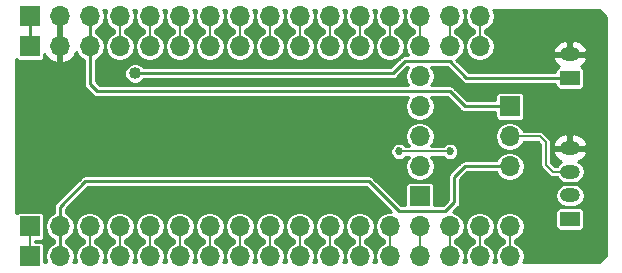
<source format=gbl>
G04 #@! TF.GenerationSoftware,KiCad,Pcbnew,(5.0.0-rc2-dev-444-g2974a2c10)*
G04 #@! TF.CreationDate,2019-04-27T15:19:08-07:00*
G04 #@! TF.ProjectId,ItsyBitsy breadboad,49747379426974737920627265616462,v01*
G04 #@! TF.SameCoordinates,Original*
G04 #@! TF.FileFunction,Copper,L2,Bot,Signal*
G04 #@! TF.FilePolarity,Positive*
%FSLAX46Y46*%
G04 Gerber Fmt 4.6, Leading zero omitted, Abs format (unit mm)*
G04 Created by KiCad (PCBNEW (5.0.0-rc2-dev-444-g2974a2c10)) date 04/27/19 15:19:08*
%MOMM*%
%LPD*%
G01*
G04 APERTURE LIST*
%ADD10R,1.700000X1.700000*%
%ADD11O,1.700000X1.700000*%
%ADD12R,1.700000X1.200000*%
%ADD13O,1.700000X1.200000*%
%ADD14C,0.685800*%
%ADD15C,1.016000*%
%ADD16C,0.152400*%
%ADD17C,0.254000*%
G04 APERTURE END LIST*
D10*
X111760000Y-115570000D03*
D11*
X114300000Y-115570000D03*
X116840000Y-115570000D03*
X119380000Y-115570000D03*
X121920000Y-115570000D03*
X124460000Y-115570000D03*
X127000000Y-115570000D03*
X129540000Y-115570000D03*
X132080000Y-115570000D03*
X134620000Y-115570000D03*
X137160000Y-115570000D03*
X139700000Y-115570000D03*
X142240000Y-115570000D03*
X144780000Y-115570000D03*
X147320000Y-115570000D03*
X149860000Y-115570000D03*
X152400000Y-115570000D03*
D10*
X111760000Y-100330000D03*
D11*
X114300000Y-100330000D03*
X116840000Y-100330000D03*
X119380000Y-100330000D03*
X121920000Y-100330000D03*
X124460000Y-100330000D03*
X127000000Y-100330000D03*
X129540000Y-100330000D03*
X132080000Y-100330000D03*
X134620000Y-100330000D03*
X137160000Y-100330000D03*
X139700000Y-100330000D03*
X142240000Y-100330000D03*
X144780000Y-100330000D03*
X147320000Y-100330000D03*
X149860000Y-100330000D03*
D12*
X157480000Y-114935000D03*
D13*
X157480000Y-112935000D03*
X157480000Y-110935000D03*
X157480000Y-108935000D03*
D12*
X157480000Y-102997000D03*
D13*
X157480000Y-100997000D03*
D11*
X152400000Y-110490000D03*
X152400000Y-107950000D03*
D10*
X152400000Y-105410000D03*
D11*
X144780000Y-102870000D03*
X144780000Y-105410000D03*
X144780000Y-107950000D03*
X144780000Y-110490000D03*
D10*
X144780000Y-113030000D03*
D11*
X152400000Y-118110000D03*
X149860000Y-118110000D03*
X147320000Y-118110000D03*
X144780000Y-118110000D03*
X142240000Y-118110000D03*
X139700000Y-118110000D03*
X137160000Y-118110000D03*
X134620000Y-118110000D03*
X132080000Y-118110000D03*
X129540000Y-118110000D03*
X127000000Y-118110000D03*
X124460000Y-118110000D03*
X121920000Y-118110000D03*
X119380000Y-118110000D03*
X116840000Y-118110000D03*
X114300000Y-118110000D03*
D10*
X111760000Y-118110000D03*
D11*
X149860000Y-97790000D03*
X147320000Y-97790000D03*
X144780000Y-97790000D03*
X142240000Y-97790000D03*
X139700000Y-97790000D03*
X137160000Y-97790000D03*
X134620000Y-97790000D03*
X132080000Y-97790000D03*
X129540000Y-97790000D03*
X127000000Y-97790000D03*
X124460000Y-97790000D03*
X121920000Y-97790000D03*
X119380000Y-97790000D03*
X116840000Y-97790000D03*
X114300000Y-97790000D03*
D10*
X111760000Y-97790000D03*
D14*
X111760000Y-103505000D03*
X111760000Y-112395000D03*
X142240000Y-105410000D03*
X142240000Y-111760000D03*
X159385000Y-100330000D03*
X159385000Y-115570000D03*
X154305000Y-116205000D03*
X154305000Y-99695000D03*
X130810000Y-113284000D03*
X130810000Y-101854000D03*
X143002000Y-109220000D03*
X147320000Y-109220000D03*
D15*
X120650000Y-102616000D03*
D16*
X143486933Y-109220000D02*
X147320000Y-109220000D01*
X143002000Y-109220000D02*
X143486933Y-109220000D01*
X137160000Y-99127919D02*
X137160000Y-97790000D01*
X137160000Y-100330000D02*
X137160000Y-99127919D01*
X139700000Y-100330000D02*
X139700000Y-97790000D01*
D17*
X140462000Y-111760000D02*
X116459000Y-111760000D01*
X116459000Y-111760000D02*
X114300000Y-113919000D01*
X148590000Y-110490000D02*
X147701000Y-111379000D01*
X152400000Y-110490000D02*
X148590000Y-110490000D01*
X147701000Y-111379000D02*
X147701000Y-113538000D01*
X147701000Y-113538000D02*
X146939000Y-114300000D01*
X146939000Y-114300000D02*
X143002000Y-114300000D01*
X114300000Y-113919000D02*
X114300000Y-115570000D01*
X143002000Y-114300000D02*
X140462000Y-111760000D01*
X114300000Y-115570000D02*
X114300000Y-118110000D01*
D16*
X111760000Y-115570000D02*
X111760000Y-118110000D01*
X116840000Y-116772081D02*
X116840000Y-118110000D01*
X116840000Y-115570000D02*
X116840000Y-116772081D01*
X119380000Y-115570000D02*
X119380000Y-118110000D01*
X121920000Y-116772081D02*
X121920000Y-118110000D01*
X121920000Y-115570000D02*
X121920000Y-116772081D01*
X124460000Y-115570000D02*
X124460000Y-118110000D01*
X127000000Y-115570000D02*
X127000000Y-118110000D01*
X129540000Y-115570000D02*
X129540000Y-118110000D01*
X132080000Y-115570000D02*
X132080000Y-118110000D01*
X134620000Y-115570000D02*
X134620000Y-118110000D01*
X137160000Y-115570000D02*
X137160000Y-118110000D01*
X139700000Y-115570000D02*
X139700000Y-118110000D01*
X142240000Y-115570000D02*
X142240000Y-118110000D01*
X144780000Y-115570000D02*
X144780000Y-118110000D01*
X147320000Y-118110000D02*
X147320000Y-115570000D01*
X149860000Y-118110000D02*
X149860000Y-115570000D01*
X152400000Y-118110000D02*
X152400000Y-115570000D01*
X149860000Y-100330000D02*
X149860000Y-97790000D01*
X147320000Y-100330000D02*
X147320000Y-97790000D01*
X144780000Y-100330000D02*
X144780000Y-97790000D01*
X142240000Y-100330000D02*
X142240000Y-97790000D01*
X134620000Y-100330000D02*
X134620000Y-97790000D01*
X132080000Y-100330000D02*
X132080000Y-97790000D01*
X129540000Y-100330000D02*
X129540000Y-97790000D01*
X127000000Y-100330000D02*
X127000000Y-97790000D01*
X124460000Y-100330000D02*
X124460000Y-97790000D01*
X121920000Y-100330000D02*
X121920000Y-97790000D01*
X119380000Y-100330000D02*
X119380000Y-97790000D01*
D17*
X116840000Y-103505000D02*
X116840000Y-100330000D01*
X117475000Y-104140000D02*
X116840000Y-103505000D01*
X147320000Y-104140000D02*
X117475000Y-104140000D01*
X152400000Y-105410000D02*
X148590000Y-105410000D01*
X148590000Y-105410000D02*
X147320000Y-104140000D01*
X116840000Y-100330000D02*
X116840000Y-97790000D01*
X157480000Y-102997000D02*
X156376000Y-102997000D01*
X156376000Y-102997000D02*
X148717000Y-102997000D01*
X148717000Y-102997000D02*
X147320000Y-101600000D01*
X147320000Y-101600000D02*
X143510000Y-101600000D01*
X143510000Y-101600000D02*
X142494000Y-102616000D01*
X120650000Y-102616000D02*
X142494000Y-102616000D01*
X111760000Y-100330000D02*
X111760000Y-97790000D01*
D16*
X156020000Y-110935000D02*
X157480000Y-110935000D01*
X155448000Y-110363000D02*
X156020000Y-110935000D01*
X155448000Y-108458000D02*
X155448000Y-110363000D01*
X152400000Y-107950000D02*
X154940000Y-107950000D01*
X154940000Y-107950000D02*
X155448000Y-108458000D01*
D17*
G36*
X148700424Y-97309688D02*
X148604884Y-97790000D01*
X148700424Y-98270312D01*
X148972499Y-98677501D01*
X149379688Y-98949576D01*
X149402801Y-98954173D01*
X149402800Y-99165827D01*
X149379688Y-99170424D01*
X148972499Y-99442499D01*
X148700424Y-99849688D01*
X148604884Y-100330000D01*
X148700424Y-100810312D01*
X148972499Y-101217501D01*
X149379688Y-101489576D01*
X149738761Y-101561000D01*
X149981239Y-101561000D01*
X150340312Y-101489576D01*
X150747501Y-101217501D01*
X151019576Y-100810312D01*
X151045617Y-100679391D01*
X156036538Y-100679391D01*
X156161269Y-100870000D01*
X157353000Y-100870000D01*
X157353000Y-99914453D01*
X157607000Y-99914453D01*
X157607000Y-100870000D01*
X158798731Y-100870000D01*
X158923462Y-100679391D01*
X158908286Y-100587624D01*
X158661933Y-100167875D01*
X158273701Y-99874353D01*
X157802696Y-99751744D01*
X157607000Y-99914453D01*
X157353000Y-99914453D01*
X157157304Y-99751744D01*
X156686299Y-99874353D01*
X156298067Y-100167875D01*
X156051714Y-100587624D01*
X156036538Y-100679391D01*
X151045617Y-100679391D01*
X151115116Y-100330000D01*
X151019576Y-99849688D01*
X150747501Y-99442499D01*
X150340312Y-99170424D01*
X150317200Y-99165827D01*
X150317200Y-98954173D01*
X150340312Y-98949576D01*
X150747501Y-98677501D01*
X151019576Y-98270312D01*
X151115116Y-97790000D01*
X151019576Y-97309688D01*
X151001075Y-97282000D01*
X159967394Y-97282000D01*
X160528000Y-97842606D01*
X160528000Y-118057394D01*
X159967394Y-118618000D01*
X153541075Y-118618000D01*
X153559576Y-118590312D01*
X153655116Y-118110000D01*
X153559576Y-117629688D01*
X153287501Y-117222499D01*
X152880312Y-116950424D01*
X152857200Y-116945827D01*
X152857200Y-116734173D01*
X152880312Y-116729576D01*
X153287501Y-116457501D01*
X153559576Y-116050312D01*
X153655116Y-115570000D01*
X153559576Y-115089688D01*
X153287501Y-114682499D01*
X152880312Y-114410424D01*
X152521239Y-114339000D01*
X152278761Y-114339000D01*
X151919688Y-114410424D01*
X151512499Y-114682499D01*
X151240424Y-115089688D01*
X151144884Y-115570000D01*
X151240424Y-116050312D01*
X151512499Y-116457501D01*
X151919688Y-116729576D01*
X151942801Y-116734173D01*
X151942800Y-116945827D01*
X151919688Y-116950424D01*
X151512499Y-117222499D01*
X151240424Y-117629688D01*
X151144884Y-118110000D01*
X151240424Y-118590312D01*
X151258925Y-118618000D01*
X151001075Y-118618000D01*
X151019576Y-118590312D01*
X151115116Y-118110000D01*
X151019576Y-117629688D01*
X150747501Y-117222499D01*
X150340312Y-116950424D01*
X150317200Y-116945827D01*
X150317200Y-116734173D01*
X150340312Y-116729576D01*
X150747501Y-116457501D01*
X151019576Y-116050312D01*
X151115116Y-115570000D01*
X151019576Y-115089688D01*
X150747501Y-114682499D01*
X150340312Y-114410424D01*
X149981239Y-114339000D01*
X149738761Y-114339000D01*
X149379688Y-114410424D01*
X148972499Y-114682499D01*
X148700424Y-115089688D01*
X148604884Y-115570000D01*
X148700424Y-116050312D01*
X148972499Y-116457501D01*
X149379688Y-116729576D01*
X149402801Y-116734173D01*
X149402800Y-116945827D01*
X149379688Y-116950424D01*
X148972499Y-117222499D01*
X148700424Y-117629688D01*
X148604884Y-118110000D01*
X148700424Y-118590312D01*
X148718925Y-118618000D01*
X148461075Y-118618000D01*
X148479576Y-118590312D01*
X148575116Y-118110000D01*
X148479576Y-117629688D01*
X148207501Y-117222499D01*
X147800312Y-116950424D01*
X147777200Y-116945827D01*
X147777200Y-116734173D01*
X147800312Y-116729576D01*
X148207501Y-116457501D01*
X148479576Y-116050312D01*
X148575116Y-115570000D01*
X148479576Y-115089688D01*
X148207501Y-114682499D01*
X147800312Y-114410424D01*
X147589024Y-114368396D01*
X147622420Y-114335000D01*
X156241536Y-114335000D01*
X156241536Y-115535000D01*
X156271106Y-115683659D01*
X156355314Y-115809686D01*
X156481341Y-115893894D01*
X156630000Y-115923464D01*
X158330000Y-115923464D01*
X158478659Y-115893894D01*
X158604686Y-115809686D01*
X158688894Y-115683659D01*
X158718464Y-115535000D01*
X158718464Y-114335000D01*
X158688894Y-114186341D01*
X158604686Y-114060314D01*
X158478659Y-113976106D01*
X158330000Y-113946536D01*
X156630000Y-113946536D01*
X156481341Y-113976106D01*
X156355314Y-114060314D01*
X156271106Y-114186341D01*
X156241536Y-114335000D01*
X147622420Y-114335000D01*
X148024835Y-113932586D01*
X148067247Y-113904247D01*
X148095586Y-113861835D01*
X148095588Y-113861833D01*
X148179525Y-113736212D01*
X148183055Y-113718464D01*
X148209000Y-113588032D01*
X148209000Y-113588028D01*
X148218951Y-113538000D01*
X148209000Y-113487972D01*
X148209000Y-112935000D01*
X156229782Y-112935000D01*
X156305919Y-113317767D01*
X156522739Y-113642261D01*
X156847233Y-113859081D01*
X157133384Y-113916000D01*
X157826616Y-113916000D01*
X158112767Y-113859081D01*
X158437261Y-113642261D01*
X158654081Y-113317767D01*
X158730218Y-112935000D01*
X158654081Y-112552233D01*
X158437261Y-112227739D01*
X158112767Y-112010919D01*
X157826616Y-111954000D01*
X157133384Y-111954000D01*
X156847233Y-112010919D01*
X156522739Y-112227739D01*
X156305919Y-112552233D01*
X156229782Y-112935000D01*
X148209000Y-112935000D01*
X148209000Y-111589420D01*
X148800421Y-110998000D01*
X151258925Y-110998000D01*
X151512499Y-111377501D01*
X151919688Y-111649576D01*
X152278761Y-111721000D01*
X152521239Y-111721000D01*
X152880312Y-111649576D01*
X153287501Y-111377501D01*
X153559576Y-110970312D01*
X153655116Y-110490000D01*
X153559576Y-110009688D01*
X153287501Y-109602499D01*
X152880312Y-109330424D01*
X152521239Y-109259000D01*
X152278761Y-109259000D01*
X151919688Y-109330424D01*
X151512499Y-109602499D01*
X151258925Y-109982000D01*
X148640028Y-109982000D01*
X148590000Y-109972049D01*
X148539972Y-109982000D01*
X148539968Y-109982000D01*
X148400772Y-110009688D01*
X148391788Y-110011475D01*
X148266167Y-110095412D01*
X148266165Y-110095414D01*
X148223753Y-110123753D01*
X148195414Y-110166165D01*
X147377168Y-110984412D01*
X147334753Y-111012753D01*
X147306413Y-111055167D01*
X147306412Y-111055168D01*
X147267509Y-111113391D01*
X147222475Y-111180789D01*
X147193000Y-111328969D01*
X147193000Y-111328972D01*
X147183049Y-111379000D01*
X147193000Y-111429028D01*
X147193001Y-113327578D01*
X146728580Y-113792000D01*
X146018464Y-113792000D01*
X146018464Y-112180000D01*
X145988894Y-112031341D01*
X145904686Y-111905314D01*
X145778659Y-111821106D01*
X145630000Y-111791536D01*
X143930000Y-111791536D01*
X143781341Y-111821106D01*
X143655314Y-111905314D01*
X143571106Y-112031341D01*
X143541536Y-112180000D01*
X143541536Y-113792000D01*
X143212420Y-113792000D01*
X140856588Y-111436168D01*
X140828247Y-111393753D01*
X140660212Y-111281475D01*
X140512032Y-111252000D01*
X140512028Y-111252000D01*
X140462000Y-111242049D01*
X140411972Y-111252000D01*
X116509027Y-111252000D01*
X116458999Y-111242049D01*
X116408971Y-111252000D01*
X116408968Y-111252000D01*
X116260788Y-111281475D01*
X116135167Y-111365412D01*
X116135165Y-111365414D01*
X116092753Y-111393753D01*
X116064414Y-111436165D01*
X113976168Y-113524412D01*
X113933753Y-113552753D01*
X113821475Y-113720789D01*
X113792000Y-113868969D01*
X113792000Y-113868972D01*
X113782049Y-113919000D01*
X113792000Y-113969028D01*
X113792000Y-114428924D01*
X113412499Y-114682499D01*
X113140424Y-115089688D01*
X113044884Y-115570000D01*
X113140424Y-116050312D01*
X113412499Y-116457501D01*
X113792000Y-116711076D01*
X113792001Y-116968924D01*
X113412499Y-117222499D01*
X113140424Y-117629688D01*
X113044884Y-118110000D01*
X113140424Y-118590312D01*
X113158925Y-118618000D01*
X112998464Y-118618000D01*
X112998464Y-117260000D01*
X112968894Y-117111341D01*
X112884686Y-116985314D01*
X112758659Y-116901106D01*
X112610000Y-116871536D01*
X112217200Y-116871536D01*
X112217200Y-116808464D01*
X112610000Y-116808464D01*
X112758659Y-116778894D01*
X112884686Y-116694686D01*
X112968894Y-116568659D01*
X112998464Y-116420000D01*
X112998464Y-114720000D01*
X112968894Y-114571341D01*
X112884686Y-114445314D01*
X112758659Y-114361106D01*
X112610000Y-114331536D01*
X110910000Y-114331536D01*
X110761341Y-114361106D01*
X110635314Y-114445314D01*
X110617000Y-114472723D01*
X110617000Y-109076007D01*
X142278100Y-109076007D01*
X142278100Y-109363993D01*
X142388307Y-109630056D01*
X142591944Y-109833693D01*
X142858007Y-109943900D01*
X143145993Y-109943900D01*
X143412056Y-109833693D01*
X143568549Y-109677200D01*
X143842585Y-109677200D01*
X143620424Y-110009688D01*
X143524884Y-110490000D01*
X143620424Y-110970312D01*
X143892499Y-111377501D01*
X144299688Y-111649576D01*
X144658761Y-111721000D01*
X144901239Y-111721000D01*
X145260312Y-111649576D01*
X145667501Y-111377501D01*
X145939576Y-110970312D01*
X146035116Y-110490000D01*
X145939576Y-110009688D01*
X145717415Y-109677200D01*
X146753451Y-109677200D01*
X146909944Y-109833693D01*
X147176007Y-109943900D01*
X147463993Y-109943900D01*
X147730056Y-109833693D01*
X147933693Y-109630056D01*
X148043900Y-109363993D01*
X148043900Y-109076007D01*
X147933693Y-108809944D01*
X147730056Y-108606307D01*
X147463993Y-108496100D01*
X147176007Y-108496100D01*
X146909944Y-108606307D01*
X146753451Y-108762800D01*
X145717415Y-108762800D01*
X145939576Y-108430312D01*
X146035116Y-107950000D01*
X151144884Y-107950000D01*
X151240424Y-108430312D01*
X151512499Y-108837501D01*
X151919688Y-109109576D01*
X152278761Y-109181000D01*
X152521239Y-109181000D01*
X152880312Y-109109576D01*
X153287501Y-108837501D01*
X153559576Y-108430312D01*
X153564173Y-108407200D01*
X154750622Y-108407200D01*
X154990800Y-108647378D01*
X154990801Y-110317965D01*
X154981843Y-110363000D01*
X155017327Y-110541390D01*
X155017328Y-110541391D01*
X155118378Y-110692623D01*
X155156552Y-110718130D01*
X155664870Y-111226449D01*
X155690377Y-111264623D01*
X155728551Y-111290130D01*
X155841609Y-111365673D01*
X156019999Y-111401157D01*
X156065029Y-111392200D01*
X156355654Y-111392200D01*
X156522739Y-111642261D01*
X156847233Y-111859081D01*
X157133384Y-111916000D01*
X157826616Y-111916000D01*
X158112767Y-111859081D01*
X158437261Y-111642261D01*
X158654081Y-111317767D01*
X158730218Y-110935000D01*
X158654081Y-110552233D01*
X158437261Y-110227739D01*
X158208213Y-110074694D01*
X158273701Y-110057647D01*
X158661933Y-109764125D01*
X158908286Y-109344376D01*
X158923462Y-109252609D01*
X158798731Y-109062000D01*
X157607000Y-109062000D01*
X157607000Y-109082000D01*
X157353000Y-109082000D01*
X157353000Y-109062000D01*
X156161269Y-109062000D01*
X156036538Y-109252609D01*
X156051714Y-109344376D01*
X156298067Y-109764125D01*
X156686299Y-110057647D01*
X156751787Y-110074694D01*
X156522739Y-110227739D01*
X156355654Y-110477800D01*
X156209379Y-110477800D01*
X155905200Y-110173622D01*
X155905200Y-108617391D01*
X156036538Y-108617391D01*
X156161269Y-108808000D01*
X157353000Y-108808000D01*
X157353000Y-107852453D01*
X157607000Y-107852453D01*
X157607000Y-108808000D01*
X158798731Y-108808000D01*
X158923462Y-108617391D01*
X158908286Y-108525624D01*
X158661933Y-108105875D01*
X158273701Y-107812353D01*
X157802696Y-107689744D01*
X157607000Y-107852453D01*
X157353000Y-107852453D01*
X157157304Y-107689744D01*
X156686299Y-107812353D01*
X156298067Y-108105875D01*
X156051714Y-108525624D01*
X156036538Y-108617391D01*
X155905200Y-108617391D01*
X155905200Y-108503024D01*
X155914156Y-108457999D01*
X155905200Y-108412974D01*
X155905200Y-108412970D01*
X155878673Y-108279609D01*
X155777623Y-108128377D01*
X155739446Y-108102868D01*
X155295132Y-107658554D01*
X155269623Y-107620377D01*
X155118391Y-107519327D01*
X154985030Y-107492800D01*
X154940000Y-107483843D01*
X154894970Y-107492800D01*
X153564173Y-107492800D01*
X153559576Y-107469688D01*
X153287501Y-107062499D01*
X152880312Y-106790424D01*
X152521239Y-106719000D01*
X152278761Y-106719000D01*
X151919688Y-106790424D01*
X151512499Y-107062499D01*
X151240424Y-107469688D01*
X151144884Y-107950000D01*
X146035116Y-107950000D01*
X145939576Y-107469688D01*
X145667501Y-107062499D01*
X145260312Y-106790424D01*
X144901239Y-106719000D01*
X144658761Y-106719000D01*
X144299688Y-106790424D01*
X143892499Y-107062499D01*
X143620424Y-107469688D01*
X143524884Y-107950000D01*
X143620424Y-108430312D01*
X143842585Y-108762800D01*
X143568549Y-108762800D01*
X143412056Y-108606307D01*
X143145993Y-108496100D01*
X142858007Y-108496100D01*
X142591944Y-108606307D01*
X142388307Y-108809944D01*
X142278100Y-109076007D01*
X110617000Y-109076007D01*
X110617000Y-101427277D01*
X110635314Y-101454686D01*
X110761341Y-101538894D01*
X110910000Y-101568464D01*
X112610000Y-101568464D01*
X112758659Y-101538894D01*
X112884686Y-101454686D01*
X112968894Y-101328659D01*
X112998464Y-101180000D01*
X112998464Y-100984895D01*
X113104817Y-101211358D01*
X113533076Y-101601645D01*
X113943110Y-101771476D01*
X114173000Y-101650155D01*
X114173000Y-100457000D01*
X114153000Y-100457000D01*
X114153000Y-100203000D01*
X114173000Y-100203000D01*
X114173000Y-97917000D01*
X114153000Y-97917000D01*
X114153000Y-97663000D01*
X114173000Y-97663000D01*
X114173000Y-97643000D01*
X114427000Y-97643000D01*
X114427000Y-97663000D01*
X114447000Y-97663000D01*
X114447000Y-97917000D01*
X114427000Y-97917000D01*
X114427000Y-100203000D01*
X114447000Y-100203000D01*
X114447000Y-100457000D01*
X114427000Y-100457000D01*
X114427000Y-101650155D01*
X114656890Y-101771476D01*
X115066924Y-101601645D01*
X115495183Y-101211358D01*
X115682245Y-100813037D01*
X115952499Y-101217501D01*
X116332001Y-101471076D01*
X116332000Y-103454972D01*
X116322049Y-103505000D01*
X116332000Y-103555028D01*
X116332000Y-103555031D01*
X116361475Y-103703211D01*
X116473753Y-103871247D01*
X116516168Y-103899588D01*
X117080414Y-104463835D01*
X117108753Y-104506247D01*
X117151165Y-104534586D01*
X117151167Y-104534588D01*
X117216286Y-104578098D01*
X117276788Y-104618525D01*
X117424968Y-104648000D01*
X117424972Y-104648000D01*
X117475000Y-104657951D01*
X117525028Y-104648000D01*
X143808642Y-104648000D01*
X143620424Y-104929688D01*
X143524884Y-105410000D01*
X143620424Y-105890312D01*
X143892499Y-106297501D01*
X144299688Y-106569576D01*
X144658761Y-106641000D01*
X144901239Y-106641000D01*
X145260312Y-106569576D01*
X145667501Y-106297501D01*
X145939576Y-105890312D01*
X146035116Y-105410000D01*
X145939576Y-104929688D01*
X145751358Y-104648000D01*
X147109580Y-104648000D01*
X148195414Y-105733835D01*
X148223753Y-105776247D01*
X148266165Y-105804586D01*
X148266167Y-105804588D01*
X148391788Y-105888525D01*
X148539968Y-105918000D01*
X148539971Y-105918000D01*
X148589999Y-105927951D01*
X148640027Y-105918000D01*
X151161536Y-105918000D01*
X151161536Y-106260000D01*
X151191106Y-106408659D01*
X151275314Y-106534686D01*
X151401341Y-106618894D01*
X151550000Y-106648464D01*
X153250000Y-106648464D01*
X153398659Y-106618894D01*
X153524686Y-106534686D01*
X153608894Y-106408659D01*
X153638464Y-106260000D01*
X153638464Y-104560000D01*
X153608894Y-104411341D01*
X153524686Y-104285314D01*
X153398659Y-104201106D01*
X153250000Y-104171536D01*
X151550000Y-104171536D01*
X151401341Y-104201106D01*
X151275314Y-104285314D01*
X151191106Y-104411341D01*
X151161536Y-104560000D01*
X151161536Y-104902000D01*
X148800421Y-104902000D01*
X147714587Y-103816167D01*
X147686247Y-103773753D01*
X147518212Y-103661475D01*
X147370032Y-103632000D01*
X147370028Y-103632000D01*
X147320000Y-103622049D01*
X147269972Y-103632000D01*
X145751358Y-103632000D01*
X145939576Y-103350312D01*
X146035116Y-102870000D01*
X145939576Y-102389688D01*
X145751358Y-102108000D01*
X147109580Y-102108000D01*
X148322412Y-103320832D01*
X148350753Y-103363247D01*
X148518788Y-103475525D01*
X148666968Y-103505000D01*
X148666971Y-103505000D01*
X148716999Y-103514951D01*
X148767027Y-103505000D01*
X156241536Y-103505000D01*
X156241536Y-103597000D01*
X156271106Y-103745659D01*
X156355314Y-103871686D01*
X156481341Y-103955894D01*
X156630000Y-103985464D01*
X158330000Y-103985464D01*
X158478659Y-103955894D01*
X158604686Y-103871686D01*
X158688894Y-103745659D01*
X158718464Y-103597000D01*
X158718464Y-102397000D01*
X158688894Y-102248341D01*
X158604686Y-102122314D01*
X158478659Y-102038106D01*
X158401779Y-102022814D01*
X158661933Y-101826125D01*
X158908286Y-101406376D01*
X158923462Y-101314609D01*
X158798731Y-101124000D01*
X157607000Y-101124000D01*
X157607000Y-101144000D01*
X157353000Y-101144000D01*
X157353000Y-101124000D01*
X156161269Y-101124000D01*
X156036538Y-101314609D01*
X156051714Y-101406376D01*
X156298067Y-101826125D01*
X156558221Y-102022814D01*
X156481341Y-102038106D01*
X156355314Y-102122314D01*
X156271106Y-102248341D01*
X156241536Y-102397000D01*
X156241536Y-102489000D01*
X148927420Y-102489000D01*
X147876853Y-101438433D01*
X148207501Y-101217501D01*
X148479576Y-100810312D01*
X148575116Y-100330000D01*
X148479576Y-99849688D01*
X148207501Y-99442499D01*
X147800312Y-99170424D01*
X147777200Y-99165827D01*
X147777200Y-98954173D01*
X147800312Y-98949576D01*
X148207501Y-98677501D01*
X148479576Y-98270312D01*
X148575116Y-97790000D01*
X148479576Y-97309688D01*
X148461075Y-97282000D01*
X148718925Y-97282000D01*
X148700424Y-97309688D01*
X148700424Y-97309688D01*
G37*
X148700424Y-97309688D02*
X148604884Y-97790000D01*
X148700424Y-98270312D01*
X148972499Y-98677501D01*
X149379688Y-98949576D01*
X149402801Y-98954173D01*
X149402800Y-99165827D01*
X149379688Y-99170424D01*
X148972499Y-99442499D01*
X148700424Y-99849688D01*
X148604884Y-100330000D01*
X148700424Y-100810312D01*
X148972499Y-101217501D01*
X149379688Y-101489576D01*
X149738761Y-101561000D01*
X149981239Y-101561000D01*
X150340312Y-101489576D01*
X150747501Y-101217501D01*
X151019576Y-100810312D01*
X151045617Y-100679391D01*
X156036538Y-100679391D01*
X156161269Y-100870000D01*
X157353000Y-100870000D01*
X157353000Y-99914453D01*
X157607000Y-99914453D01*
X157607000Y-100870000D01*
X158798731Y-100870000D01*
X158923462Y-100679391D01*
X158908286Y-100587624D01*
X158661933Y-100167875D01*
X158273701Y-99874353D01*
X157802696Y-99751744D01*
X157607000Y-99914453D01*
X157353000Y-99914453D01*
X157157304Y-99751744D01*
X156686299Y-99874353D01*
X156298067Y-100167875D01*
X156051714Y-100587624D01*
X156036538Y-100679391D01*
X151045617Y-100679391D01*
X151115116Y-100330000D01*
X151019576Y-99849688D01*
X150747501Y-99442499D01*
X150340312Y-99170424D01*
X150317200Y-99165827D01*
X150317200Y-98954173D01*
X150340312Y-98949576D01*
X150747501Y-98677501D01*
X151019576Y-98270312D01*
X151115116Y-97790000D01*
X151019576Y-97309688D01*
X151001075Y-97282000D01*
X159967394Y-97282000D01*
X160528000Y-97842606D01*
X160528000Y-118057394D01*
X159967394Y-118618000D01*
X153541075Y-118618000D01*
X153559576Y-118590312D01*
X153655116Y-118110000D01*
X153559576Y-117629688D01*
X153287501Y-117222499D01*
X152880312Y-116950424D01*
X152857200Y-116945827D01*
X152857200Y-116734173D01*
X152880312Y-116729576D01*
X153287501Y-116457501D01*
X153559576Y-116050312D01*
X153655116Y-115570000D01*
X153559576Y-115089688D01*
X153287501Y-114682499D01*
X152880312Y-114410424D01*
X152521239Y-114339000D01*
X152278761Y-114339000D01*
X151919688Y-114410424D01*
X151512499Y-114682499D01*
X151240424Y-115089688D01*
X151144884Y-115570000D01*
X151240424Y-116050312D01*
X151512499Y-116457501D01*
X151919688Y-116729576D01*
X151942801Y-116734173D01*
X151942800Y-116945827D01*
X151919688Y-116950424D01*
X151512499Y-117222499D01*
X151240424Y-117629688D01*
X151144884Y-118110000D01*
X151240424Y-118590312D01*
X151258925Y-118618000D01*
X151001075Y-118618000D01*
X151019576Y-118590312D01*
X151115116Y-118110000D01*
X151019576Y-117629688D01*
X150747501Y-117222499D01*
X150340312Y-116950424D01*
X150317200Y-116945827D01*
X150317200Y-116734173D01*
X150340312Y-116729576D01*
X150747501Y-116457501D01*
X151019576Y-116050312D01*
X151115116Y-115570000D01*
X151019576Y-115089688D01*
X150747501Y-114682499D01*
X150340312Y-114410424D01*
X149981239Y-114339000D01*
X149738761Y-114339000D01*
X149379688Y-114410424D01*
X148972499Y-114682499D01*
X148700424Y-115089688D01*
X148604884Y-115570000D01*
X148700424Y-116050312D01*
X148972499Y-116457501D01*
X149379688Y-116729576D01*
X149402801Y-116734173D01*
X149402800Y-116945827D01*
X149379688Y-116950424D01*
X148972499Y-117222499D01*
X148700424Y-117629688D01*
X148604884Y-118110000D01*
X148700424Y-118590312D01*
X148718925Y-118618000D01*
X148461075Y-118618000D01*
X148479576Y-118590312D01*
X148575116Y-118110000D01*
X148479576Y-117629688D01*
X148207501Y-117222499D01*
X147800312Y-116950424D01*
X147777200Y-116945827D01*
X147777200Y-116734173D01*
X147800312Y-116729576D01*
X148207501Y-116457501D01*
X148479576Y-116050312D01*
X148575116Y-115570000D01*
X148479576Y-115089688D01*
X148207501Y-114682499D01*
X147800312Y-114410424D01*
X147589024Y-114368396D01*
X147622420Y-114335000D01*
X156241536Y-114335000D01*
X156241536Y-115535000D01*
X156271106Y-115683659D01*
X156355314Y-115809686D01*
X156481341Y-115893894D01*
X156630000Y-115923464D01*
X158330000Y-115923464D01*
X158478659Y-115893894D01*
X158604686Y-115809686D01*
X158688894Y-115683659D01*
X158718464Y-115535000D01*
X158718464Y-114335000D01*
X158688894Y-114186341D01*
X158604686Y-114060314D01*
X158478659Y-113976106D01*
X158330000Y-113946536D01*
X156630000Y-113946536D01*
X156481341Y-113976106D01*
X156355314Y-114060314D01*
X156271106Y-114186341D01*
X156241536Y-114335000D01*
X147622420Y-114335000D01*
X148024835Y-113932586D01*
X148067247Y-113904247D01*
X148095586Y-113861835D01*
X148095588Y-113861833D01*
X148179525Y-113736212D01*
X148183055Y-113718464D01*
X148209000Y-113588032D01*
X148209000Y-113588028D01*
X148218951Y-113538000D01*
X148209000Y-113487972D01*
X148209000Y-112935000D01*
X156229782Y-112935000D01*
X156305919Y-113317767D01*
X156522739Y-113642261D01*
X156847233Y-113859081D01*
X157133384Y-113916000D01*
X157826616Y-113916000D01*
X158112767Y-113859081D01*
X158437261Y-113642261D01*
X158654081Y-113317767D01*
X158730218Y-112935000D01*
X158654081Y-112552233D01*
X158437261Y-112227739D01*
X158112767Y-112010919D01*
X157826616Y-111954000D01*
X157133384Y-111954000D01*
X156847233Y-112010919D01*
X156522739Y-112227739D01*
X156305919Y-112552233D01*
X156229782Y-112935000D01*
X148209000Y-112935000D01*
X148209000Y-111589420D01*
X148800421Y-110998000D01*
X151258925Y-110998000D01*
X151512499Y-111377501D01*
X151919688Y-111649576D01*
X152278761Y-111721000D01*
X152521239Y-111721000D01*
X152880312Y-111649576D01*
X153287501Y-111377501D01*
X153559576Y-110970312D01*
X153655116Y-110490000D01*
X153559576Y-110009688D01*
X153287501Y-109602499D01*
X152880312Y-109330424D01*
X152521239Y-109259000D01*
X152278761Y-109259000D01*
X151919688Y-109330424D01*
X151512499Y-109602499D01*
X151258925Y-109982000D01*
X148640028Y-109982000D01*
X148590000Y-109972049D01*
X148539972Y-109982000D01*
X148539968Y-109982000D01*
X148400772Y-110009688D01*
X148391788Y-110011475D01*
X148266167Y-110095412D01*
X148266165Y-110095414D01*
X148223753Y-110123753D01*
X148195414Y-110166165D01*
X147377168Y-110984412D01*
X147334753Y-111012753D01*
X147306413Y-111055167D01*
X147306412Y-111055168D01*
X147267509Y-111113391D01*
X147222475Y-111180789D01*
X147193000Y-111328969D01*
X147193000Y-111328972D01*
X147183049Y-111379000D01*
X147193000Y-111429028D01*
X147193001Y-113327578D01*
X146728580Y-113792000D01*
X146018464Y-113792000D01*
X146018464Y-112180000D01*
X145988894Y-112031341D01*
X145904686Y-111905314D01*
X145778659Y-111821106D01*
X145630000Y-111791536D01*
X143930000Y-111791536D01*
X143781341Y-111821106D01*
X143655314Y-111905314D01*
X143571106Y-112031341D01*
X143541536Y-112180000D01*
X143541536Y-113792000D01*
X143212420Y-113792000D01*
X140856588Y-111436168D01*
X140828247Y-111393753D01*
X140660212Y-111281475D01*
X140512032Y-111252000D01*
X140512028Y-111252000D01*
X140462000Y-111242049D01*
X140411972Y-111252000D01*
X116509027Y-111252000D01*
X116458999Y-111242049D01*
X116408971Y-111252000D01*
X116408968Y-111252000D01*
X116260788Y-111281475D01*
X116135167Y-111365412D01*
X116135165Y-111365414D01*
X116092753Y-111393753D01*
X116064414Y-111436165D01*
X113976168Y-113524412D01*
X113933753Y-113552753D01*
X113821475Y-113720789D01*
X113792000Y-113868969D01*
X113792000Y-113868972D01*
X113782049Y-113919000D01*
X113792000Y-113969028D01*
X113792000Y-114428924D01*
X113412499Y-114682499D01*
X113140424Y-115089688D01*
X113044884Y-115570000D01*
X113140424Y-116050312D01*
X113412499Y-116457501D01*
X113792000Y-116711076D01*
X113792001Y-116968924D01*
X113412499Y-117222499D01*
X113140424Y-117629688D01*
X113044884Y-118110000D01*
X113140424Y-118590312D01*
X113158925Y-118618000D01*
X112998464Y-118618000D01*
X112998464Y-117260000D01*
X112968894Y-117111341D01*
X112884686Y-116985314D01*
X112758659Y-116901106D01*
X112610000Y-116871536D01*
X112217200Y-116871536D01*
X112217200Y-116808464D01*
X112610000Y-116808464D01*
X112758659Y-116778894D01*
X112884686Y-116694686D01*
X112968894Y-116568659D01*
X112998464Y-116420000D01*
X112998464Y-114720000D01*
X112968894Y-114571341D01*
X112884686Y-114445314D01*
X112758659Y-114361106D01*
X112610000Y-114331536D01*
X110910000Y-114331536D01*
X110761341Y-114361106D01*
X110635314Y-114445314D01*
X110617000Y-114472723D01*
X110617000Y-109076007D01*
X142278100Y-109076007D01*
X142278100Y-109363993D01*
X142388307Y-109630056D01*
X142591944Y-109833693D01*
X142858007Y-109943900D01*
X143145993Y-109943900D01*
X143412056Y-109833693D01*
X143568549Y-109677200D01*
X143842585Y-109677200D01*
X143620424Y-110009688D01*
X143524884Y-110490000D01*
X143620424Y-110970312D01*
X143892499Y-111377501D01*
X144299688Y-111649576D01*
X144658761Y-111721000D01*
X144901239Y-111721000D01*
X145260312Y-111649576D01*
X145667501Y-111377501D01*
X145939576Y-110970312D01*
X146035116Y-110490000D01*
X145939576Y-110009688D01*
X145717415Y-109677200D01*
X146753451Y-109677200D01*
X146909944Y-109833693D01*
X147176007Y-109943900D01*
X147463993Y-109943900D01*
X147730056Y-109833693D01*
X147933693Y-109630056D01*
X148043900Y-109363993D01*
X148043900Y-109076007D01*
X147933693Y-108809944D01*
X147730056Y-108606307D01*
X147463993Y-108496100D01*
X147176007Y-108496100D01*
X146909944Y-108606307D01*
X146753451Y-108762800D01*
X145717415Y-108762800D01*
X145939576Y-108430312D01*
X146035116Y-107950000D01*
X151144884Y-107950000D01*
X151240424Y-108430312D01*
X151512499Y-108837501D01*
X151919688Y-109109576D01*
X152278761Y-109181000D01*
X152521239Y-109181000D01*
X152880312Y-109109576D01*
X153287501Y-108837501D01*
X153559576Y-108430312D01*
X153564173Y-108407200D01*
X154750622Y-108407200D01*
X154990800Y-108647378D01*
X154990801Y-110317965D01*
X154981843Y-110363000D01*
X155017327Y-110541390D01*
X155017328Y-110541391D01*
X155118378Y-110692623D01*
X155156552Y-110718130D01*
X155664870Y-111226449D01*
X155690377Y-111264623D01*
X155728551Y-111290130D01*
X155841609Y-111365673D01*
X156019999Y-111401157D01*
X156065029Y-111392200D01*
X156355654Y-111392200D01*
X156522739Y-111642261D01*
X156847233Y-111859081D01*
X157133384Y-111916000D01*
X157826616Y-111916000D01*
X158112767Y-111859081D01*
X158437261Y-111642261D01*
X158654081Y-111317767D01*
X158730218Y-110935000D01*
X158654081Y-110552233D01*
X158437261Y-110227739D01*
X158208213Y-110074694D01*
X158273701Y-110057647D01*
X158661933Y-109764125D01*
X158908286Y-109344376D01*
X158923462Y-109252609D01*
X158798731Y-109062000D01*
X157607000Y-109062000D01*
X157607000Y-109082000D01*
X157353000Y-109082000D01*
X157353000Y-109062000D01*
X156161269Y-109062000D01*
X156036538Y-109252609D01*
X156051714Y-109344376D01*
X156298067Y-109764125D01*
X156686299Y-110057647D01*
X156751787Y-110074694D01*
X156522739Y-110227739D01*
X156355654Y-110477800D01*
X156209379Y-110477800D01*
X155905200Y-110173622D01*
X155905200Y-108617391D01*
X156036538Y-108617391D01*
X156161269Y-108808000D01*
X157353000Y-108808000D01*
X157353000Y-107852453D01*
X157607000Y-107852453D01*
X157607000Y-108808000D01*
X158798731Y-108808000D01*
X158923462Y-108617391D01*
X158908286Y-108525624D01*
X158661933Y-108105875D01*
X158273701Y-107812353D01*
X157802696Y-107689744D01*
X157607000Y-107852453D01*
X157353000Y-107852453D01*
X157157304Y-107689744D01*
X156686299Y-107812353D01*
X156298067Y-108105875D01*
X156051714Y-108525624D01*
X156036538Y-108617391D01*
X155905200Y-108617391D01*
X155905200Y-108503024D01*
X155914156Y-108457999D01*
X155905200Y-108412974D01*
X155905200Y-108412970D01*
X155878673Y-108279609D01*
X155777623Y-108128377D01*
X155739446Y-108102868D01*
X155295132Y-107658554D01*
X155269623Y-107620377D01*
X155118391Y-107519327D01*
X154985030Y-107492800D01*
X154940000Y-107483843D01*
X154894970Y-107492800D01*
X153564173Y-107492800D01*
X153559576Y-107469688D01*
X153287501Y-107062499D01*
X152880312Y-106790424D01*
X152521239Y-106719000D01*
X152278761Y-106719000D01*
X151919688Y-106790424D01*
X151512499Y-107062499D01*
X151240424Y-107469688D01*
X151144884Y-107950000D01*
X146035116Y-107950000D01*
X145939576Y-107469688D01*
X145667501Y-107062499D01*
X145260312Y-106790424D01*
X144901239Y-106719000D01*
X144658761Y-106719000D01*
X144299688Y-106790424D01*
X143892499Y-107062499D01*
X143620424Y-107469688D01*
X143524884Y-107950000D01*
X143620424Y-108430312D01*
X143842585Y-108762800D01*
X143568549Y-108762800D01*
X143412056Y-108606307D01*
X143145993Y-108496100D01*
X142858007Y-108496100D01*
X142591944Y-108606307D01*
X142388307Y-108809944D01*
X142278100Y-109076007D01*
X110617000Y-109076007D01*
X110617000Y-101427277D01*
X110635314Y-101454686D01*
X110761341Y-101538894D01*
X110910000Y-101568464D01*
X112610000Y-101568464D01*
X112758659Y-101538894D01*
X112884686Y-101454686D01*
X112968894Y-101328659D01*
X112998464Y-101180000D01*
X112998464Y-100984895D01*
X113104817Y-101211358D01*
X113533076Y-101601645D01*
X113943110Y-101771476D01*
X114173000Y-101650155D01*
X114173000Y-100457000D01*
X114153000Y-100457000D01*
X114153000Y-100203000D01*
X114173000Y-100203000D01*
X114173000Y-97917000D01*
X114153000Y-97917000D01*
X114153000Y-97663000D01*
X114173000Y-97663000D01*
X114173000Y-97643000D01*
X114427000Y-97643000D01*
X114427000Y-97663000D01*
X114447000Y-97663000D01*
X114447000Y-97917000D01*
X114427000Y-97917000D01*
X114427000Y-100203000D01*
X114447000Y-100203000D01*
X114447000Y-100457000D01*
X114427000Y-100457000D01*
X114427000Y-101650155D01*
X114656890Y-101771476D01*
X115066924Y-101601645D01*
X115495183Y-101211358D01*
X115682245Y-100813037D01*
X115952499Y-101217501D01*
X116332001Y-101471076D01*
X116332000Y-103454972D01*
X116322049Y-103505000D01*
X116332000Y-103555028D01*
X116332000Y-103555031D01*
X116361475Y-103703211D01*
X116473753Y-103871247D01*
X116516168Y-103899588D01*
X117080414Y-104463835D01*
X117108753Y-104506247D01*
X117151165Y-104534586D01*
X117151167Y-104534588D01*
X117216286Y-104578098D01*
X117276788Y-104618525D01*
X117424968Y-104648000D01*
X117424972Y-104648000D01*
X117475000Y-104657951D01*
X117525028Y-104648000D01*
X143808642Y-104648000D01*
X143620424Y-104929688D01*
X143524884Y-105410000D01*
X143620424Y-105890312D01*
X143892499Y-106297501D01*
X144299688Y-106569576D01*
X144658761Y-106641000D01*
X144901239Y-106641000D01*
X145260312Y-106569576D01*
X145667501Y-106297501D01*
X145939576Y-105890312D01*
X146035116Y-105410000D01*
X145939576Y-104929688D01*
X145751358Y-104648000D01*
X147109580Y-104648000D01*
X148195414Y-105733835D01*
X148223753Y-105776247D01*
X148266165Y-105804586D01*
X148266167Y-105804588D01*
X148391788Y-105888525D01*
X148539968Y-105918000D01*
X148539971Y-105918000D01*
X148589999Y-105927951D01*
X148640027Y-105918000D01*
X151161536Y-105918000D01*
X151161536Y-106260000D01*
X151191106Y-106408659D01*
X151275314Y-106534686D01*
X151401341Y-106618894D01*
X151550000Y-106648464D01*
X153250000Y-106648464D01*
X153398659Y-106618894D01*
X153524686Y-106534686D01*
X153608894Y-106408659D01*
X153638464Y-106260000D01*
X153638464Y-104560000D01*
X153608894Y-104411341D01*
X153524686Y-104285314D01*
X153398659Y-104201106D01*
X153250000Y-104171536D01*
X151550000Y-104171536D01*
X151401341Y-104201106D01*
X151275314Y-104285314D01*
X151191106Y-104411341D01*
X151161536Y-104560000D01*
X151161536Y-104902000D01*
X148800421Y-104902000D01*
X147714587Y-103816167D01*
X147686247Y-103773753D01*
X147518212Y-103661475D01*
X147370032Y-103632000D01*
X147370028Y-103632000D01*
X147320000Y-103622049D01*
X147269972Y-103632000D01*
X145751358Y-103632000D01*
X145939576Y-103350312D01*
X146035116Y-102870000D01*
X145939576Y-102389688D01*
X145751358Y-102108000D01*
X147109580Y-102108000D01*
X148322412Y-103320832D01*
X148350753Y-103363247D01*
X148518788Y-103475525D01*
X148666968Y-103505000D01*
X148666971Y-103505000D01*
X148716999Y-103514951D01*
X148767027Y-103505000D01*
X156241536Y-103505000D01*
X156241536Y-103597000D01*
X156271106Y-103745659D01*
X156355314Y-103871686D01*
X156481341Y-103955894D01*
X156630000Y-103985464D01*
X158330000Y-103985464D01*
X158478659Y-103955894D01*
X158604686Y-103871686D01*
X158688894Y-103745659D01*
X158718464Y-103597000D01*
X158718464Y-102397000D01*
X158688894Y-102248341D01*
X158604686Y-102122314D01*
X158478659Y-102038106D01*
X158401779Y-102022814D01*
X158661933Y-101826125D01*
X158908286Y-101406376D01*
X158923462Y-101314609D01*
X158798731Y-101124000D01*
X157607000Y-101124000D01*
X157607000Y-101144000D01*
X157353000Y-101144000D01*
X157353000Y-101124000D01*
X156161269Y-101124000D01*
X156036538Y-101314609D01*
X156051714Y-101406376D01*
X156298067Y-101826125D01*
X156558221Y-102022814D01*
X156481341Y-102038106D01*
X156355314Y-102122314D01*
X156271106Y-102248341D01*
X156241536Y-102397000D01*
X156241536Y-102489000D01*
X148927420Y-102489000D01*
X147876853Y-101438433D01*
X148207501Y-101217501D01*
X148479576Y-100810312D01*
X148575116Y-100330000D01*
X148479576Y-99849688D01*
X148207501Y-99442499D01*
X147800312Y-99170424D01*
X147777200Y-99165827D01*
X147777200Y-98954173D01*
X147800312Y-98949576D01*
X148207501Y-98677501D01*
X148479576Y-98270312D01*
X148575116Y-97790000D01*
X148479576Y-97309688D01*
X148461075Y-97282000D01*
X148718925Y-97282000D01*
X148700424Y-97309688D01*
G36*
X142322580Y-114339000D02*
X142118761Y-114339000D01*
X141759688Y-114410424D01*
X141352499Y-114682499D01*
X141080424Y-115089688D01*
X140984884Y-115570000D01*
X141080424Y-116050312D01*
X141352499Y-116457501D01*
X141759688Y-116729576D01*
X141782800Y-116734173D01*
X141782801Y-116945827D01*
X141759688Y-116950424D01*
X141352499Y-117222499D01*
X141080424Y-117629688D01*
X140984884Y-118110000D01*
X141080424Y-118590312D01*
X141098925Y-118618000D01*
X140841075Y-118618000D01*
X140859576Y-118590312D01*
X140955116Y-118110000D01*
X140859576Y-117629688D01*
X140587501Y-117222499D01*
X140180312Y-116950424D01*
X140157200Y-116945827D01*
X140157200Y-116734173D01*
X140180312Y-116729576D01*
X140587501Y-116457501D01*
X140859576Y-116050312D01*
X140955116Y-115570000D01*
X140859576Y-115089688D01*
X140587501Y-114682499D01*
X140180312Y-114410424D01*
X139821239Y-114339000D01*
X139578761Y-114339000D01*
X139219688Y-114410424D01*
X138812499Y-114682499D01*
X138540424Y-115089688D01*
X138444884Y-115570000D01*
X138540424Y-116050312D01*
X138812499Y-116457501D01*
X139219688Y-116729576D01*
X139242800Y-116734173D01*
X139242801Y-116945827D01*
X139219688Y-116950424D01*
X138812499Y-117222499D01*
X138540424Y-117629688D01*
X138444884Y-118110000D01*
X138540424Y-118590312D01*
X138558925Y-118618000D01*
X138301075Y-118618000D01*
X138319576Y-118590312D01*
X138415116Y-118110000D01*
X138319576Y-117629688D01*
X138047501Y-117222499D01*
X137640312Y-116950424D01*
X137617200Y-116945827D01*
X137617200Y-116734173D01*
X137640312Y-116729576D01*
X138047501Y-116457501D01*
X138319576Y-116050312D01*
X138415116Y-115570000D01*
X138319576Y-115089688D01*
X138047501Y-114682499D01*
X137640312Y-114410424D01*
X137281239Y-114339000D01*
X137038761Y-114339000D01*
X136679688Y-114410424D01*
X136272499Y-114682499D01*
X136000424Y-115089688D01*
X135904884Y-115570000D01*
X136000424Y-116050312D01*
X136272499Y-116457501D01*
X136679688Y-116729576D01*
X136702800Y-116734173D01*
X136702801Y-116945827D01*
X136679688Y-116950424D01*
X136272499Y-117222499D01*
X136000424Y-117629688D01*
X135904884Y-118110000D01*
X136000424Y-118590312D01*
X136018925Y-118618000D01*
X135761075Y-118618000D01*
X135779576Y-118590312D01*
X135875116Y-118110000D01*
X135779576Y-117629688D01*
X135507501Y-117222499D01*
X135100312Y-116950424D01*
X135077200Y-116945827D01*
X135077200Y-116734173D01*
X135100312Y-116729576D01*
X135507501Y-116457501D01*
X135779576Y-116050312D01*
X135875116Y-115570000D01*
X135779576Y-115089688D01*
X135507501Y-114682499D01*
X135100312Y-114410424D01*
X134741239Y-114339000D01*
X134498761Y-114339000D01*
X134139688Y-114410424D01*
X133732499Y-114682499D01*
X133460424Y-115089688D01*
X133364884Y-115570000D01*
X133460424Y-116050312D01*
X133732499Y-116457501D01*
X134139688Y-116729576D01*
X134162800Y-116734173D01*
X134162801Y-116945827D01*
X134139688Y-116950424D01*
X133732499Y-117222499D01*
X133460424Y-117629688D01*
X133364884Y-118110000D01*
X133460424Y-118590312D01*
X133478925Y-118618000D01*
X133221075Y-118618000D01*
X133239576Y-118590312D01*
X133335116Y-118110000D01*
X133239576Y-117629688D01*
X132967501Y-117222499D01*
X132560312Y-116950424D01*
X132537200Y-116945827D01*
X132537200Y-116734173D01*
X132560312Y-116729576D01*
X132967501Y-116457501D01*
X133239576Y-116050312D01*
X133335116Y-115570000D01*
X133239576Y-115089688D01*
X132967501Y-114682499D01*
X132560312Y-114410424D01*
X132201239Y-114339000D01*
X131958761Y-114339000D01*
X131599688Y-114410424D01*
X131192499Y-114682499D01*
X130920424Y-115089688D01*
X130824884Y-115570000D01*
X130920424Y-116050312D01*
X131192499Y-116457501D01*
X131599688Y-116729576D01*
X131622800Y-116734173D01*
X131622801Y-116945827D01*
X131599688Y-116950424D01*
X131192499Y-117222499D01*
X130920424Y-117629688D01*
X130824884Y-118110000D01*
X130920424Y-118590312D01*
X130938925Y-118618000D01*
X130681075Y-118618000D01*
X130699576Y-118590312D01*
X130795116Y-118110000D01*
X130699576Y-117629688D01*
X130427501Y-117222499D01*
X130020312Y-116950424D01*
X129997200Y-116945827D01*
X129997200Y-116734173D01*
X130020312Y-116729576D01*
X130427501Y-116457501D01*
X130699576Y-116050312D01*
X130795116Y-115570000D01*
X130699576Y-115089688D01*
X130427501Y-114682499D01*
X130020312Y-114410424D01*
X129661239Y-114339000D01*
X129418761Y-114339000D01*
X129059688Y-114410424D01*
X128652499Y-114682499D01*
X128380424Y-115089688D01*
X128284884Y-115570000D01*
X128380424Y-116050312D01*
X128652499Y-116457501D01*
X129059688Y-116729576D01*
X129082800Y-116734173D01*
X129082801Y-116945827D01*
X129059688Y-116950424D01*
X128652499Y-117222499D01*
X128380424Y-117629688D01*
X128284884Y-118110000D01*
X128380424Y-118590312D01*
X128398925Y-118618000D01*
X128141075Y-118618000D01*
X128159576Y-118590312D01*
X128255116Y-118110000D01*
X128159576Y-117629688D01*
X127887501Y-117222499D01*
X127480312Y-116950424D01*
X127457200Y-116945827D01*
X127457200Y-116734173D01*
X127480312Y-116729576D01*
X127887501Y-116457501D01*
X128159576Y-116050312D01*
X128255116Y-115570000D01*
X128159576Y-115089688D01*
X127887501Y-114682499D01*
X127480312Y-114410424D01*
X127121239Y-114339000D01*
X126878761Y-114339000D01*
X126519688Y-114410424D01*
X126112499Y-114682499D01*
X125840424Y-115089688D01*
X125744884Y-115570000D01*
X125840424Y-116050312D01*
X126112499Y-116457501D01*
X126519688Y-116729576D01*
X126542800Y-116734173D01*
X126542801Y-116945827D01*
X126519688Y-116950424D01*
X126112499Y-117222499D01*
X125840424Y-117629688D01*
X125744884Y-118110000D01*
X125840424Y-118590312D01*
X125858925Y-118618000D01*
X125601075Y-118618000D01*
X125619576Y-118590312D01*
X125715116Y-118110000D01*
X125619576Y-117629688D01*
X125347501Y-117222499D01*
X124940312Y-116950424D01*
X124917200Y-116945827D01*
X124917200Y-116734173D01*
X124940312Y-116729576D01*
X125347501Y-116457501D01*
X125619576Y-116050312D01*
X125715116Y-115570000D01*
X125619576Y-115089688D01*
X125347501Y-114682499D01*
X124940312Y-114410424D01*
X124581239Y-114339000D01*
X124338761Y-114339000D01*
X123979688Y-114410424D01*
X123572499Y-114682499D01*
X123300424Y-115089688D01*
X123204884Y-115570000D01*
X123300424Y-116050312D01*
X123572499Y-116457501D01*
X123979688Y-116729576D01*
X124002800Y-116734173D01*
X124002801Y-116945827D01*
X123979688Y-116950424D01*
X123572499Y-117222499D01*
X123300424Y-117629688D01*
X123204884Y-118110000D01*
X123300424Y-118590312D01*
X123318925Y-118618000D01*
X123061075Y-118618000D01*
X123079576Y-118590312D01*
X123175116Y-118110000D01*
X123079576Y-117629688D01*
X122807501Y-117222499D01*
X122400312Y-116950424D01*
X122377200Y-116945827D01*
X122377200Y-116734173D01*
X122400312Y-116729576D01*
X122807501Y-116457501D01*
X123079576Y-116050312D01*
X123175116Y-115570000D01*
X123079576Y-115089688D01*
X122807501Y-114682499D01*
X122400312Y-114410424D01*
X122041239Y-114339000D01*
X121798761Y-114339000D01*
X121439688Y-114410424D01*
X121032499Y-114682499D01*
X120760424Y-115089688D01*
X120664884Y-115570000D01*
X120760424Y-116050312D01*
X121032499Y-116457501D01*
X121439688Y-116729576D01*
X121462800Y-116734173D01*
X121462800Y-116945827D01*
X121439688Y-116950424D01*
X121032499Y-117222499D01*
X120760424Y-117629688D01*
X120664884Y-118110000D01*
X120760424Y-118590312D01*
X120778925Y-118618000D01*
X120521075Y-118618000D01*
X120539576Y-118590312D01*
X120635116Y-118110000D01*
X120539576Y-117629688D01*
X120267501Y-117222499D01*
X119860312Y-116950424D01*
X119837200Y-116945827D01*
X119837200Y-116734173D01*
X119860312Y-116729576D01*
X120267501Y-116457501D01*
X120539576Y-116050312D01*
X120635116Y-115570000D01*
X120539576Y-115089688D01*
X120267501Y-114682499D01*
X119860312Y-114410424D01*
X119501239Y-114339000D01*
X119258761Y-114339000D01*
X118899688Y-114410424D01*
X118492499Y-114682499D01*
X118220424Y-115089688D01*
X118124884Y-115570000D01*
X118220424Y-116050312D01*
X118492499Y-116457501D01*
X118899688Y-116729576D01*
X118922800Y-116734173D01*
X118922801Y-116945827D01*
X118899688Y-116950424D01*
X118492499Y-117222499D01*
X118220424Y-117629688D01*
X118124884Y-118110000D01*
X118220424Y-118590312D01*
X118238925Y-118618000D01*
X117981075Y-118618000D01*
X117999576Y-118590312D01*
X118095116Y-118110000D01*
X117999576Y-117629688D01*
X117727501Y-117222499D01*
X117320312Y-116950424D01*
X117297200Y-116945827D01*
X117297200Y-116734173D01*
X117320312Y-116729576D01*
X117727501Y-116457501D01*
X117999576Y-116050312D01*
X118095116Y-115570000D01*
X117999576Y-115089688D01*
X117727501Y-114682499D01*
X117320312Y-114410424D01*
X116961239Y-114339000D01*
X116718761Y-114339000D01*
X116359688Y-114410424D01*
X115952499Y-114682499D01*
X115680424Y-115089688D01*
X115584884Y-115570000D01*
X115680424Y-116050312D01*
X115952499Y-116457501D01*
X116359688Y-116729576D01*
X116382800Y-116734173D01*
X116382800Y-116945827D01*
X116359688Y-116950424D01*
X115952499Y-117222499D01*
X115680424Y-117629688D01*
X115584884Y-118110000D01*
X115680424Y-118590312D01*
X115698925Y-118618000D01*
X115441075Y-118618000D01*
X115459576Y-118590312D01*
X115555116Y-118110000D01*
X115459576Y-117629688D01*
X115187501Y-117222499D01*
X114808000Y-116968925D01*
X114808000Y-116711075D01*
X115187501Y-116457501D01*
X115459576Y-116050312D01*
X115555116Y-115570000D01*
X115459576Y-115089688D01*
X115187501Y-114682499D01*
X114808000Y-114428925D01*
X114808000Y-114129420D01*
X116669421Y-112268000D01*
X140251580Y-112268000D01*
X142322580Y-114339000D01*
X142322580Y-114339000D01*
G37*
X142322580Y-114339000D02*
X142118761Y-114339000D01*
X141759688Y-114410424D01*
X141352499Y-114682499D01*
X141080424Y-115089688D01*
X140984884Y-115570000D01*
X141080424Y-116050312D01*
X141352499Y-116457501D01*
X141759688Y-116729576D01*
X141782800Y-116734173D01*
X141782801Y-116945827D01*
X141759688Y-116950424D01*
X141352499Y-117222499D01*
X141080424Y-117629688D01*
X140984884Y-118110000D01*
X141080424Y-118590312D01*
X141098925Y-118618000D01*
X140841075Y-118618000D01*
X140859576Y-118590312D01*
X140955116Y-118110000D01*
X140859576Y-117629688D01*
X140587501Y-117222499D01*
X140180312Y-116950424D01*
X140157200Y-116945827D01*
X140157200Y-116734173D01*
X140180312Y-116729576D01*
X140587501Y-116457501D01*
X140859576Y-116050312D01*
X140955116Y-115570000D01*
X140859576Y-115089688D01*
X140587501Y-114682499D01*
X140180312Y-114410424D01*
X139821239Y-114339000D01*
X139578761Y-114339000D01*
X139219688Y-114410424D01*
X138812499Y-114682499D01*
X138540424Y-115089688D01*
X138444884Y-115570000D01*
X138540424Y-116050312D01*
X138812499Y-116457501D01*
X139219688Y-116729576D01*
X139242800Y-116734173D01*
X139242801Y-116945827D01*
X139219688Y-116950424D01*
X138812499Y-117222499D01*
X138540424Y-117629688D01*
X138444884Y-118110000D01*
X138540424Y-118590312D01*
X138558925Y-118618000D01*
X138301075Y-118618000D01*
X138319576Y-118590312D01*
X138415116Y-118110000D01*
X138319576Y-117629688D01*
X138047501Y-117222499D01*
X137640312Y-116950424D01*
X137617200Y-116945827D01*
X137617200Y-116734173D01*
X137640312Y-116729576D01*
X138047501Y-116457501D01*
X138319576Y-116050312D01*
X138415116Y-115570000D01*
X138319576Y-115089688D01*
X138047501Y-114682499D01*
X137640312Y-114410424D01*
X137281239Y-114339000D01*
X137038761Y-114339000D01*
X136679688Y-114410424D01*
X136272499Y-114682499D01*
X136000424Y-115089688D01*
X135904884Y-115570000D01*
X136000424Y-116050312D01*
X136272499Y-116457501D01*
X136679688Y-116729576D01*
X136702800Y-116734173D01*
X136702801Y-116945827D01*
X136679688Y-116950424D01*
X136272499Y-117222499D01*
X136000424Y-117629688D01*
X135904884Y-118110000D01*
X136000424Y-118590312D01*
X136018925Y-118618000D01*
X135761075Y-118618000D01*
X135779576Y-118590312D01*
X135875116Y-118110000D01*
X135779576Y-117629688D01*
X135507501Y-117222499D01*
X135100312Y-116950424D01*
X135077200Y-116945827D01*
X135077200Y-116734173D01*
X135100312Y-116729576D01*
X135507501Y-116457501D01*
X135779576Y-116050312D01*
X135875116Y-115570000D01*
X135779576Y-115089688D01*
X135507501Y-114682499D01*
X135100312Y-114410424D01*
X134741239Y-114339000D01*
X134498761Y-114339000D01*
X134139688Y-114410424D01*
X133732499Y-114682499D01*
X133460424Y-115089688D01*
X133364884Y-115570000D01*
X133460424Y-116050312D01*
X133732499Y-116457501D01*
X134139688Y-116729576D01*
X134162800Y-116734173D01*
X134162801Y-116945827D01*
X134139688Y-116950424D01*
X133732499Y-117222499D01*
X133460424Y-117629688D01*
X133364884Y-118110000D01*
X133460424Y-118590312D01*
X133478925Y-118618000D01*
X133221075Y-118618000D01*
X133239576Y-118590312D01*
X133335116Y-118110000D01*
X133239576Y-117629688D01*
X132967501Y-117222499D01*
X132560312Y-116950424D01*
X132537200Y-116945827D01*
X132537200Y-116734173D01*
X132560312Y-116729576D01*
X132967501Y-116457501D01*
X133239576Y-116050312D01*
X133335116Y-115570000D01*
X133239576Y-115089688D01*
X132967501Y-114682499D01*
X132560312Y-114410424D01*
X132201239Y-114339000D01*
X131958761Y-114339000D01*
X131599688Y-114410424D01*
X131192499Y-114682499D01*
X130920424Y-115089688D01*
X130824884Y-115570000D01*
X130920424Y-116050312D01*
X131192499Y-116457501D01*
X131599688Y-116729576D01*
X131622800Y-116734173D01*
X131622801Y-116945827D01*
X131599688Y-116950424D01*
X131192499Y-117222499D01*
X130920424Y-117629688D01*
X130824884Y-118110000D01*
X130920424Y-118590312D01*
X130938925Y-118618000D01*
X130681075Y-118618000D01*
X130699576Y-118590312D01*
X130795116Y-118110000D01*
X130699576Y-117629688D01*
X130427501Y-117222499D01*
X130020312Y-116950424D01*
X129997200Y-116945827D01*
X129997200Y-116734173D01*
X130020312Y-116729576D01*
X130427501Y-116457501D01*
X130699576Y-116050312D01*
X130795116Y-115570000D01*
X130699576Y-115089688D01*
X130427501Y-114682499D01*
X130020312Y-114410424D01*
X129661239Y-114339000D01*
X129418761Y-114339000D01*
X129059688Y-114410424D01*
X128652499Y-114682499D01*
X128380424Y-115089688D01*
X128284884Y-115570000D01*
X128380424Y-116050312D01*
X128652499Y-116457501D01*
X129059688Y-116729576D01*
X129082800Y-116734173D01*
X129082801Y-116945827D01*
X129059688Y-116950424D01*
X128652499Y-117222499D01*
X128380424Y-117629688D01*
X128284884Y-118110000D01*
X128380424Y-118590312D01*
X128398925Y-118618000D01*
X128141075Y-118618000D01*
X128159576Y-118590312D01*
X128255116Y-118110000D01*
X128159576Y-117629688D01*
X127887501Y-117222499D01*
X127480312Y-116950424D01*
X127457200Y-116945827D01*
X127457200Y-116734173D01*
X127480312Y-116729576D01*
X127887501Y-116457501D01*
X128159576Y-116050312D01*
X128255116Y-115570000D01*
X128159576Y-115089688D01*
X127887501Y-114682499D01*
X127480312Y-114410424D01*
X127121239Y-114339000D01*
X126878761Y-114339000D01*
X126519688Y-114410424D01*
X126112499Y-114682499D01*
X125840424Y-115089688D01*
X125744884Y-115570000D01*
X125840424Y-116050312D01*
X126112499Y-116457501D01*
X126519688Y-116729576D01*
X126542800Y-116734173D01*
X126542801Y-116945827D01*
X126519688Y-116950424D01*
X126112499Y-117222499D01*
X125840424Y-117629688D01*
X125744884Y-118110000D01*
X125840424Y-118590312D01*
X125858925Y-118618000D01*
X125601075Y-118618000D01*
X125619576Y-118590312D01*
X125715116Y-118110000D01*
X125619576Y-117629688D01*
X125347501Y-117222499D01*
X124940312Y-116950424D01*
X124917200Y-116945827D01*
X124917200Y-116734173D01*
X124940312Y-116729576D01*
X125347501Y-116457501D01*
X125619576Y-116050312D01*
X125715116Y-115570000D01*
X125619576Y-115089688D01*
X125347501Y-114682499D01*
X124940312Y-114410424D01*
X124581239Y-114339000D01*
X124338761Y-114339000D01*
X123979688Y-114410424D01*
X123572499Y-114682499D01*
X123300424Y-115089688D01*
X123204884Y-115570000D01*
X123300424Y-116050312D01*
X123572499Y-116457501D01*
X123979688Y-116729576D01*
X124002800Y-116734173D01*
X124002801Y-116945827D01*
X123979688Y-116950424D01*
X123572499Y-117222499D01*
X123300424Y-117629688D01*
X123204884Y-118110000D01*
X123300424Y-118590312D01*
X123318925Y-118618000D01*
X123061075Y-118618000D01*
X123079576Y-118590312D01*
X123175116Y-118110000D01*
X123079576Y-117629688D01*
X122807501Y-117222499D01*
X122400312Y-116950424D01*
X122377200Y-116945827D01*
X122377200Y-116734173D01*
X122400312Y-116729576D01*
X122807501Y-116457501D01*
X123079576Y-116050312D01*
X123175116Y-115570000D01*
X123079576Y-115089688D01*
X122807501Y-114682499D01*
X122400312Y-114410424D01*
X122041239Y-114339000D01*
X121798761Y-114339000D01*
X121439688Y-114410424D01*
X121032499Y-114682499D01*
X120760424Y-115089688D01*
X120664884Y-115570000D01*
X120760424Y-116050312D01*
X121032499Y-116457501D01*
X121439688Y-116729576D01*
X121462800Y-116734173D01*
X121462800Y-116945827D01*
X121439688Y-116950424D01*
X121032499Y-117222499D01*
X120760424Y-117629688D01*
X120664884Y-118110000D01*
X120760424Y-118590312D01*
X120778925Y-118618000D01*
X120521075Y-118618000D01*
X120539576Y-118590312D01*
X120635116Y-118110000D01*
X120539576Y-117629688D01*
X120267501Y-117222499D01*
X119860312Y-116950424D01*
X119837200Y-116945827D01*
X119837200Y-116734173D01*
X119860312Y-116729576D01*
X120267501Y-116457501D01*
X120539576Y-116050312D01*
X120635116Y-115570000D01*
X120539576Y-115089688D01*
X120267501Y-114682499D01*
X119860312Y-114410424D01*
X119501239Y-114339000D01*
X119258761Y-114339000D01*
X118899688Y-114410424D01*
X118492499Y-114682499D01*
X118220424Y-115089688D01*
X118124884Y-115570000D01*
X118220424Y-116050312D01*
X118492499Y-116457501D01*
X118899688Y-116729576D01*
X118922800Y-116734173D01*
X118922801Y-116945827D01*
X118899688Y-116950424D01*
X118492499Y-117222499D01*
X118220424Y-117629688D01*
X118124884Y-118110000D01*
X118220424Y-118590312D01*
X118238925Y-118618000D01*
X117981075Y-118618000D01*
X117999576Y-118590312D01*
X118095116Y-118110000D01*
X117999576Y-117629688D01*
X117727501Y-117222499D01*
X117320312Y-116950424D01*
X117297200Y-116945827D01*
X117297200Y-116734173D01*
X117320312Y-116729576D01*
X117727501Y-116457501D01*
X117999576Y-116050312D01*
X118095116Y-115570000D01*
X117999576Y-115089688D01*
X117727501Y-114682499D01*
X117320312Y-114410424D01*
X116961239Y-114339000D01*
X116718761Y-114339000D01*
X116359688Y-114410424D01*
X115952499Y-114682499D01*
X115680424Y-115089688D01*
X115584884Y-115570000D01*
X115680424Y-116050312D01*
X115952499Y-116457501D01*
X116359688Y-116729576D01*
X116382800Y-116734173D01*
X116382800Y-116945827D01*
X116359688Y-116950424D01*
X115952499Y-117222499D01*
X115680424Y-117629688D01*
X115584884Y-118110000D01*
X115680424Y-118590312D01*
X115698925Y-118618000D01*
X115441075Y-118618000D01*
X115459576Y-118590312D01*
X115555116Y-118110000D01*
X115459576Y-117629688D01*
X115187501Y-117222499D01*
X114808000Y-116968925D01*
X114808000Y-116711075D01*
X115187501Y-116457501D01*
X115459576Y-116050312D01*
X115555116Y-115570000D01*
X115459576Y-115089688D01*
X115187501Y-114682499D01*
X114808000Y-114428925D01*
X114808000Y-114129420D01*
X116669421Y-112268000D01*
X140251580Y-112268000D01*
X142322580Y-114339000D01*
G36*
X118220424Y-97309688D02*
X118124884Y-97790000D01*
X118220424Y-98270312D01*
X118492499Y-98677501D01*
X118899688Y-98949576D01*
X118922801Y-98954173D01*
X118922800Y-99165827D01*
X118899688Y-99170424D01*
X118492499Y-99442499D01*
X118220424Y-99849688D01*
X118124884Y-100330000D01*
X118220424Y-100810312D01*
X118492499Y-101217501D01*
X118899688Y-101489576D01*
X119258761Y-101561000D01*
X119501239Y-101561000D01*
X119860312Y-101489576D01*
X120267501Y-101217501D01*
X120539576Y-100810312D01*
X120635116Y-100330000D01*
X120539576Y-99849688D01*
X120267501Y-99442499D01*
X119860312Y-99170424D01*
X119837200Y-99165827D01*
X119837200Y-98954173D01*
X119860312Y-98949576D01*
X120267501Y-98677501D01*
X120539576Y-98270312D01*
X120635116Y-97790000D01*
X120539576Y-97309688D01*
X120521075Y-97282000D01*
X120778925Y-97282000D01*
X120760424Y-97309688D01*
X120664884Y-97790000D01*
X120760424Y-98270312D01*
X121032499Y-98677501D01*
X121439688Y-98949576D01*
X121462801Y-98954173D01*
X121462800Y-99165827D01*
X121439688Y-99170424D01*
X121032499Y-99442499D01*
X120760424Y-99849688D01*
X120664884Y-100330000D01*
X120760424Y-100810312D01*
X121032499Y-101217501D01*
X121439688Y-101489576D01*
X121798761Y-101561000D01*
X122041239Y-101561000D01*
X122400312Y-101489576D01*
X122807501Y-101217501D01*
X123079576Y-100810312D01*
X123175116Y-100330000D01*
X123079576Y-99849688D01*
X122807501Y-99442499D01*
X122400312Y-99170424D01*
X122377200Y-99165827D01*
X122377200Y-98954173D01*
X122400312Y-98949576D01*
X122807501Y-98677501D01*
X123079576Y-98270312D01*
X123175116Y-97790000D01*
X123079576Y-97309688D01*
X123061075Y-97282000D01*
X123318925Y-97282000D01*
X123300424Y-97309688D01*
X123204884Y-97790000D01*
X123300424Y-98270312D01*
X123572499Y-98677501D01*
X123979688Y-98949576D01*
X124002801Y-98954173D01*
X124002800Y-99165827D01*
X123979688Y-99170424D01*
X123572499Y-99442499D01*
X123300424Y-99849688D01*
X123204884Y-100330000D01*
X123300424Y-100810312D01*
X123572499Y-101217501D01*
X123979688Y-101489576D01*
X124338761Y-101561000D01*
X124581239Y-101561000D01*
X124940312Y-101489576D01*
X125347501Y-101217501D01*
X125619576Y-100810312D01*
X125715116Y-100330000D01*
X125619576Y-99849688D01*
X125347501Y-99442499D01*
X124940312Y-99170424D01*
X124917200Y-99165827D01*
X124917200Y-98954173D01*
X124940312Y-98949576D01*
X125347501Y-98677501D01*
X125619576Y-98270312D01*
X125715116Y-97790000D01*
X125619576Y-97309688D01*
X125601075Y-97282000D01*
X125858925Y-97282000D01*
X125840424Y-97309688D01*
X125744884Y-97790000D01*
X125840424Y-98270312D01*
X126112499Y-98677501D01*
X126519688Y-98949576D01*
X126542801Y-98954173D01*
X126542800Y-99165827D01*
X126519688Y-99170424D01*
X126112499Y-99442499D01*
X125840424Y-99849688D01*
X125744884Y-100330000D01*
X125840424Y-100810312D01*
X126112499Y-101217501D01*
X126519688Y-101489576D01*
X126878761Y-101561000D01*
X127121239Y-101561000D01*
X127480312Y-101489576D01*
X127887501Y-101217501D01*
X128159576Y-100810312D01*
X128255116Y-100330000D01*
X128159576Y-99849688D01*
X127887501Y-99442499D01*
X127480312Y-99170424D01*
X127457200Y-99165827D01*
X127457200Y-98954173D01*
X127480312Y-98949576D01*
X127887501Y-98677501D01*
X128159576Y-98270312D01*
X128255116Y-97790000D01*
X128159576Y-97309688D01*
X128141075Y-97282000D01*
X128398925Y-97282000D01*
X128380424Y-97309688D01*
X128284884Y-97790000D01*
X128380424Y-98270312D01*
X128652499Y-98677501D01*
X129059688Y-98949576D01*
X129082801Y-98954173D01*
X129082800Y-99165827D01*
X129059688Y-99170424D01*
X128652499Y-99442499D01*
X128380424Y-99849688D01*
X128284884Y-100330000D01*
X128380424Y-100810312D01*
X128652499Y-101217501D01*
X129059688Y-101489576D01*
X129418761Y-101561000D01*
X129661239Y-101561000D01*
X130020312Y-101489576D01*
X130427501Y-101217501D01*
X130699576Y-100810312D01*
X130795116Y-100330000D01*
X130699576Y-99849688D01*
X130427501Y-99442499D01*
X130020312Y-99170424D01*
X129997200Y-99165827D01*
X129997200Y-98954173D01*
X130020312Y-98949576D01*
X130427501Y-98677501D01*
X130699576Y-98270312D01*
X130795116Y-97790000D01*
X130699576Y-97309688D01*
X130681075Y-97282000D01*
X130938925Y-97282000D01*
X130920424Y-97309688D01*
X130824884Y-97790000D01*
X130920424Y-98270312D01*
X131192499Y-98677501D01*
X131599688Y-98949576D01*
X131622801Y-98954173D01*
X131622800Y-99165827D01*
X131599688Y-99170424D01*
X131192499Y-99442499D01*
X130920424Y-99849688D01*
X130824884Y-100330000D01*
X130920424Y-100810312D01*
X131192499Y-101217501D01*
X131599688Y-101489576D01*
X131958761Y-101561000D01*
X132201239Y-101561000D01*
X132560312Y-101489576D01*
X132967501Y-101217501D01*
X133239576Y-100810312D01*
X133335116Y-100330000D01*
X133239576Y-99849688D01*
X132967501Y-99442499D01*
X132560312Y-99170424D01*
X132537200Y-99165827D01*
X132537200Y-98954173D01*
X132560312Y-98949576D01*
X132967501Y-98677501D01*
X133239576Y-98270312D01*
X133335116Y-97790000D01*
X133239576Y-97309688D01*
X133221075Y-97282000D01*
X133478925Y-97282000D01*
X133460424Y-97309688D01*
X133364884Y-97790000D01*
X133460424Y-98270312D01*
X133732499Y-98677501D01*
X134139688Y-98949576D01*
X134162801Y-98954173D01*
X134162800Y-99165827D01*
X134139688Y-99170424D01*
X133732499Y-99442499D01*
X133460424Y-99849688D01*
X133364884Y-100330000D01*
X133460424Y-100810312D01*
X133732499Y-101217501D01*
X134139688Y-101489576D01*
X134498761Y-101561000D01*
X134741239Y-101561000D01*
X135100312Y-101489576D01*
X135507501Y-101217501D01*
X135779576Y-100810312D01*
X135875116Y-100330000D01*
X135779576Y-99849688D01*
X135507501Y-99442499D01*
X135100312Y-99170424D01*
X135077200Y-99165827D01*
X135077200Y-98954173D01*
X135100312Y-98949576D01*
X135507501Y-98677501D01*
X135779576Y-98270312D01*
X135875116Y-97790000D01*
X135779576Y-97309688D01*
X135761075Y-97282000D01*
X136018925Y-97282000D01*
X136000424Y-97309688D01*
X135904884Y-97790000D01*
X136000424Y-98270312D01*
X136272499Y-98677501D01*
X136679688Y-98949576D01*
X136702800Y-98954173D01*
X136702800Y-99165827D01*
X136679688Y-99170424D01*
X136272499Y-99442499D01*
X136000424Y-99849688D01*
X135904884Y-100330000D01*
X136000424Y-100810312D01*
X136272499Y-101217501D01*
X136679688Y-101489576D01*
X137038761Y-101561000D01*
X137281239Y-101561000D01*
X137640312Y-101489576D01*
X138047501Y-101217501D01*
X138319576Y-100810312D01*
X138415116Y-100330000D01*
X138319576Y-99849688D01*
X138047501Y-99442499D01*
X137640312Y-99170424D01*
X137617200Y-99165827D01*
X137617200Y-98954173D01*
X137640312Y-98949576D01*
X138047501Y-98677501D01*
X138319576Y-98270312D01*
X138415116Y-97790000D01*
X138319576Y-97309688D01*
X138301075Y-97282000D01*
X138558925Y-97282000D01*
X138540424Y-97309688D01*
X138444884Y-97790000D01*
X138540424Y-98270312D01*
X138812499Y-98677501D01*
X139219688Y-98949576D01*
X139242801Y-98954173D01*
X139242800Y-99165827D01*
X139219688Y-99170424D01*
X138812499Y-99442499D01*
X138540424Y-99849688D01*
X138444884Y-100330000D01*
X138540424Y-100810312D01*
X138812499Y-101217501D01*
X139219688Y-101489576D01*
X139578761Y-101561000D01*
X139821239Y-101561000D01*
X140180312Y-101489576D01*
X140587501Y-101217501D01*
X140859576Y-100810312D01*
X140955116Y-100330000D01*
X140859576Y-99849688D01*
X140587501Y-99442499D01*
X140180312Y-99170424D01*
X140157200Y-99165827D01*
X140157200Y-98954173D01*
X140180312Y-98949576D01*
X140587501Y-98677501D01*
X140859576Y-98270312D01*
X140955116Y-97790000D01*
X140859576Y-97309688D01*
X140841075Y-97282000D01*
X141098925Y-97282000D01*
X141080424Y-97309688D01*
X140984884Y-97790000D01*
X141080424Y-98270312D01*
X141352499Y-98677501D01*
X141759688Y-98949576D01*
X141782801Y-98954173D01*
X141782800Y-99165827D01*
X141759688Y-99170424D01*
X141352499Y-99442499D01*
X141080424Y-99849688D01*
X140984884Y-100330000D01*
X141080424Y-100810312D01*
X141352499Y-101217501D01*
X141759688Y-101489576D01*
X142118761Y-101561000D01*
X142361239Y-101561000D01*
X142720312Y-101489576D01*
X143127501Y-101217501D01*
X143399576Y-100810312D01*
X143495116Y-100330000D01*
X143399576Y-99849688D01*
X143127501Y-99442499D01*
X142720312Y-99170424D01*
X142697200Y-99165827D01*
X142697200Y-98954173D01*
X142720312Y-98949576D01*
X143127501Y-98677501D01*
X143399576Y-98270312D01*
X143495116Y-97790000D01*
X143399576Y-97309688D01*
X143381075Y-97282000D01*
X143638925Y-97282000D01*
X143620424Y-97309688D01*
X143524884Y-97790000D01*
X143620424Y-98270312D01*
X143892499Y-98677501D01*
X144299688Y-98949576D01*
X144322801Y-98954173D01*
X144322800Y-99165827D01*
X144299688Y-99170424D01*
X143892499Y-99442499D01*
X143620424Y-99849688D01*
X143524884Y-100330000D01*
X143620424Y-100810312D01*
X143808642Y-101092000D01*
X143560028Y-101092000D01*
X143510000Y-101082049D01*
X143459972Y-101092000D01*
X143459968Y-101092000D01*
X143311788Y-101121475D01*
X143186167Y-101205412D01*
X143186165Y-101205414D01*
X143143753Y-101233753D01*
X143115414Y-101276165D01*
X142283580Y-102108000D01*
X121399236Y-102108000D01*
X121153578Y-101862342D01*
X120826833Y-101727000D01*
X120473167Y-101727000D01*
X120146422Y-101862342D01*
X119896342Y-102112422D01*
X119761000Y-102439167D01*
X119761000Y-102792833D01*
X119896342Y-103119578D01*
X120146422Y-103369658D01*
X120473167Y-103505000D01*
X120826833Y-103505000D01*
X121153578Y-103369658D01*
X121399236Y-103124000D01*
X142443972Y-103124000D01*
X142494000Y-103133951D01*
X142544028Y-103124000D01*
X142544032Y-103124000D01*
X142692212Y-103094525D01*
X142860247Y-102982247D01*
X142888588Y-102939832D01*
X143720421Y-102108000D01*
X143808642Y-102108000D01*
X143620424Y-102389688D01*
X143524884Y-102870000D01*
X143620424Y-103350312D01*
X143808642Y-103632000D01*
X117685421Y-103632000D01*
X117348000Y-103294580D01*
X117348000Y-101471075D01*
X117727501Y-101217501D01*
X117999576Y-100810312D01*
X118095116Y-100330000D01*
X117999576Y-99849688D01*
X117727501Y-99442499D01*
X117348000Y-99188925D01*
X117348000Y-98931075D01*
X117727501Y-98677501D01*
X117999576Y-98270312D01*
X118095116Y-97790000D01*
X117999576Y-97309688D01*
X117981075Y-97282000D01*
X118238925Y-97282000D01*
X118220424Y-97309688D01*
X118220424Y-97309688D01*
G37*
X118220424Y-97309688D02*
X118124884Y-97790000D01*
X118220424Y-98270312D01*
X118492499Y-98677501D01*
X118899688Y-98949576D01*
X118922801Y-98954173D01*
X118922800Y-99165827D01*
X118899688Y-99170424D01*
X118492499Y-99442499D01*
X118220424Y-99849688D01*
X118124884Y-100330000D01*
X118220424Y-100810312D01*
X118492499Y-101217501D01*
X118899688Y-101489576D01*
X119258761Y-101561000D01*
X119501239Y-101561000D01*
X119860312Y-101489576D01*
X120267501Y-101217501D01*
X120539576Y-100810312D01*
X120635116Y-100330000D01*
X120539576Y-99849688D01*
X120267501Y-99442499D01*
X119860312Y-99170424D01*
X119837200Y-99165827D01*
X119837200Y-98954173D01*
X119860312Y-98949576D01*
X120267501Y-98677501D01*
X120539576Y-98270312D01*
X120635116Y-97790000D01*
X120539576Y-97309688D01*
X120521075Y-97282000D01*
X120778925Y-97282000D01*
X120760424Y-97309688D01*
X120664884Y-97790000D01*
X120760424Y-98270312D01*
X121032499Y-98677501D01*
X121439688Y-98949576D01*
X121462801Y-98954173D01*
X121462800Y-99165827D01*
X121439688Y-99170424D01*
X121032499Y-99442499D01*
X120760424Y-99849688D01*
X120664884Y-100330000D01*
X120760424Y-100810312D01*
X121032499Y-101217501D01*
X121439688Y-101489576D01*
X121798761Y-101561000D01*
X122041239Y-101561000D01*
X122400312Y-101489576D01*
X122807501Y-101217501D01*
X123079576Y-100810312D01*
X123175116Y-100330000D01*
X123079576Y-99849688D01*
X122807501Y-99442499D01*
X122400312Y-99170424D01*
X122377200Y-99165827D01*
X122377200Y-98954173D01*
X122400312Y-98949576D01*
X122807501Y-98677501D01*
X123079576Y-98270312D01*
X123175116Y-97790000D01*
X123079576Y-97309688D01*
X123061075Y-97282000D01*
X123318925Y-97282000D01*
X123300424Y-97309688D01*
X123204884Y-97790000D01*
X123300424Y-98270312D01*
X123572499Y-98677501D01*
X123979688Y-98949576D01*
X124002801Y-98954173D01*
X124002800Y-99165827D01*
X123979688Y-99170424D01*
X123572499Y-99442499D01*
X123300424Y-99849688D01*
X123204884Y-100330000D01*
X123300424Y-100810312D01*
X123572499Y-101217501D01*
X123979688Y-101489576D01*
X124338761Y-101561000D01*
X124581239Y-101561000D01*
X124940312Y-101489576D01*
X125347501Y-101217501D01*
X125619576Y-100810312D01*
X125715116Y-100330000D01*
X125619576Y-99849688D01*
X125347501Y-99442499D01*
X124940312Y-99170424D01*
X124917200Y-99165827D01*
X124917200Y-98954173D01*
X124940312Y-98949576D01*
X125347501Y-98677501D01*
X125619576Y-98270312D01*
X125715116Y-97790000D01*
X125619576Y-97309688D01*
X125601075Y-97282000D01*
X125858925Y-97282000D01*
X125840424Y-97309688D01*
X125744884Y-97790000D01*
X125840424Y-98270312D01*
X126112499Y-98677501D01*
X126519688Y-98949576D01*
X126542801Y-98954173D01*
X126542800Y-99165827D01*
X126519688Y-99170424D01*
X126112499Y-99442499D01*
X125840424Y-99849688D01*
X125744884Y-100330000D01*
X125840424Y-100810312D01*
X126112499Y-101217501D01*
X126519688Y-101489576D01*
X126878761Y-101561000D01*
X127121239Y-101561000D01*
X127480312Y-101489576D01*
X127887501Y-101217501D01*
X128159576Y-100810312D01*
X128255116Y-100330000D01*
X128159576Y-99849688D01*
X127887501Y-99442499D01*
X127480312Y-99170424D01*
X127457200Y-99165827D01*
X127457200Y-98954173D01*
X127480312Y-98949576D01*
X127887501Y-98677501D01*
X128159576Y-98270312D01*
X128255116Y-97790000D01*
X128159576Y-97309688D01*
X128141075Y-97282000D01*
X128398925Y-97282000D01*
X128380424Y-97309688D01*
X128284884Y-97790000D01*
X128380424Y-98270312D01*
X128652499Y-98677501D01*
X129059688Y-98949576D01*
X129082801Y-98954173D01*
X129082800Y-99165827D01*
X129059688Y-99170424D01*
X128652499Y-99442499D01*
X128380424Y-99849688D01*
X128284884Y-100330000D01*
X128380424Y-100810312D01*
X128652499Y-101217501D01*
X129059688Y-101489576D01*
X129418761Y-101561000D01*
X129661239Y-101561000D01*
X130020312Y-101489576D01*
X130427501Y-101217501D01*
X130699576Y-100810312D01*
X130795116Y-100330000D01*
X130699576Y-99849688D01*
X130427501Y-99442499D01*
X130020312Y-99170424D01*
X129997200Y-99165827D01*
X129997200Y-98954173D01*
X130020312Y-98949576D01*
X130427501Y-98677501D01*
X130699576Y-98270312D01*
X130795116Y-97790000D01*
X130699576Y-97309688D01*
X130681075Y-97282000D01*
X130938925Y-97282000D01*
X130920424Y-97309688D01*
X130824884Y-97790000D01*
X130920424Y-98270312D01*
X131192499Y-98677501D01*
X131599688Y-98949576D01*
X131622801Y-98954173D01*
X131622800Y-99165827D01*
X131599688Y-99170424D01*
X131192499Y-99442499D01*
X130920424Y-99849688D01*
X130824884Y-100330000D01*
X130920424Y-100810312D01*
X131192499Y-101217501D01*
X131599688Y-101489576D01*
X131958761Y-101561000D01*
X132201239Y-101561000D01*
X132560312Y-101489576D01*
X132967501Y-101217501D01*
X133239576Y-100810312D01*
X133335116Y-100330000D01*
X133239576Y-99849688D01*
X132967501Y-99442499D01*
X132560312Y-99170424D01*
X132537200Y-99165827D01*
X132537200Y-98954173D01*
X132560312Y-98949576D01*
X132967501Y-98677501D01*
X133239576Y-98270312D01*
X133335116Y-97790000D01*
X133239576Y-97309688D01*
X133221075Y-97282000D01*
X133478925Y-97282000D01*
X133460424Y-97309688D01*
X133364884Y-97790000D01*
X133460424Y-98270312D01*
X133732499Y-98677501D01*
X134139688Y-98949576D01*
X134162801Y-98954173D01*
X134162800Y-99165827D01*
X134139688Y-99170424D01*
X133732499Y-99442499D01*
X133460424Y-99849688D01*
X133364884Y-100330000D01*
X133460424Y-100810312D01*
X133732499Y-101217501D01*
X134139688Y-101489576D01*
X134498761Y-101561000D01*
X134741239Y-101561000D01*
X135100312Y-101489576D01*
X135507501Y-101217501D01*
X135779576Y-100810312D01*
X135875116Y-100330000D01*
X135779576Y-99849688D01*
X135507501Y-99442499D01*
X135100312Y-99170424D01*
X135077200Y-99165827D01*
X135077200Y-98954173D01*
X135100312Y-98949576D01*
X135507501Y-98677501D01*
X135779576Y-98270312D01*
X135875116Y-97790000D01*
X135779576Y-97309688D01*
X135761075Y-97282000D01*
X136018925Y-97282000D01*
X136000424Y-97309688D01*
X135904884Y-97790000D01*
X136000424Y-98270312D01*
X136272499Y-98677501D01*
X136679688Y-98949576D01*
X136702800Y-98954173D01*
X136702800Y-99165827D01*
X136679688Y-99170424D01*
X136272499Y-99442499D01*
X136000424Y-99849688D01*
X135904884Y-100330000D01*
X136000424Y-100810312D01*
X136272499Y-101217501D01*
X136679688Y-101489576D01*
X137038761Y-101561000D01*
X137281239Y-101561000D01*
X137640312Y-101489576D01*
X138047501Y-101217501D01*
X138319576Y-100810312D01*
X138415116Y-100330000D01*
X138319576Y-99849688D01*
X138047501Y-99442499D01*
X137640312Y-99170424D01*
X137617200Y-99165827D01*
X137617200Y-98954173D01*
X137640312Y-98949576D01*
X138047501Y-98677501D01*
X138319576Y-98270312D01*
X138415116Y-97790000D01*
X138319576Y-97309688D01*
X138301075Y-97282000D01*
X138558925Y-97282000D01*
X138540424Y-97309688D01*
X138444884Y-97790000D01*
X138540424Y-98270312D01*
X138812499Y-98677501D01*
X139219688Y-98949576D01*
X139242801Y-98954173D01*
X139242800Y-99165827D01*
X139219688Y-99170424D01*
X138812499Y-99442499D01*
X138540424Y-99849688D01*
X138444884Y-100330000D01*
X138540424Y-100810312D01*
X138812499Y-101217501D01*
X139219688Y-101489576D01*
X139578761Y-101561000D01*
X139821239Y-101561000D01*
X140180312Y-101489576D01*
X140587501Y-101217501D01*
X140859576Y-100810312D01*
X140955116Y-100330000D01*
X140859576Y-99849688D01*
X140587501Y-99442499D01*
X140180312Y-99170424D01*
X140157200Y-99165827D01*
X140157200Y-98954173D01*
X140180312Y-98949576D01*
X140587501Y-98677501D01*
X140859576Y-98270312D01*
X140955116Y-97790000D01*
X140859576Y-97309688D01*
X140841075Y-97282000D01*
X141098925Y-97282000D01*
X141080424Y-97309688D01*
X140984884Y-97790000D01*
X141080424Y-98270312D01*
X141352499Y-98677501D01*
X141759688Y-98949576D01*
X141782801Y-98954173D01*
X141782800Y-99165827D01*
X141759688Y-99170424D01*
X141352499Y-99442499D01*
X141080424Y-99849688D01*
X140984884Y-100330000D01*
X141080424Y-100810312D01*
X141352499Y-101217501D01*
X141759688Y-101489576D01*
X142118761Y-101561000D01*
X142361239Y-101561000D01*
X142720312Y-101489576D01*
X143127501Y-101217501D01*
X143399576Y-100810312D01*
X143495116Y-100330000D01*
X143399576Y-99849688D01*
X143127501Y-99442499D01*
X142720312Y-99170424D01*
X142697200Y-99165827D01*
X142697200Y-98954173D01*
X142720312Y-98949576D01*
X143127501Y-98677501D01*
X143399576Y-98270312D01*
X143495116Y-97790000D01*
X143399576Y-97309688D01*
X143381075Y-97282000D01*
X143638925Y-97282000D01*
X143620424Y-97309688D01*
X143524884Y-97790000D01*
X143620424Y-98270312D01*
X143892499Y-98677501D01*
X144299688Y-98949576D01*
X144322801Y-98954173D01*
X144322800Y-99165827D01*
X144299688Y-99170424D01*
X143892499Y-99442499D01*
X143620424Y-99849688D01*
X143524884Y-100330000D01*
X143620424Y-100810312D01*
X143808642Y-101092000D01*
X143560028Y-101092000D01*
X143510000Y-101082049D01*
X143459972Y-101092000D01*
X143459968Y-101092000D01*
X143311788Y-101121475D01*
X143186167Y-101205412D01*
X143186165Y-101205414D01*
X143143753Y-101233753D01*
X143115414Y-101276165D01*
X142283580Y-102108000D01*
X121399236Y-102108000D01*
X121153578Y-101862342D01*
X120826833Y-101727000D01*
X120473167Y-101727000D01*
X120146422Y-101862342D01*
X119896342Y-102112422D01*
X119761000Y-102439167D01*
X119761000Y-102792833D01*
X119896342Y-103119578D01*
X120146422Y-103369658D01*
X120473167Y-103505000D01*
X120826833Y-103505000D01*
X121153578Y-103369658D01*
X121399236Y-103124000D01*
X142443972Y-103124000D01*
X142494000Y-103133951D01*
X142544028Y-103124000D01*
X142544032Y-103124000D01*
X142692212Y-103094525D01*
X142860247Y-102982247D01*
X142888588Y-102939832D01*
X143720421Y-102108000D01*
X143808642Y-102108000D01*
X143620424Y-102389688D01*
X143524884Y-102870000D01*
X143620424Y-103350312D01*
X143808642Y-103632000D01*
X117685421Y-103632000D01*
X117348000Y-103294580D01*
X117348000Y-101471075D01*
X117727501Y-101217501D01*
X117999576Y-100810312D01*
X118095116Y-100330000D01*
X117999576Y-99849688D01*
X117727501Y-99442499D01*
X117348000Y-99188925D01*
X117348000Y-98931075D01*
X117727501Y-98677501D01*
X117999576Y-98270312D01*
X118095116Y-97790000D01*
X117999576Y-97309688D01*
X117981075Y-97282000D01*
X118238925Y-97282000D01*
X118220424Y-97309688D01*
M02*

</source>
